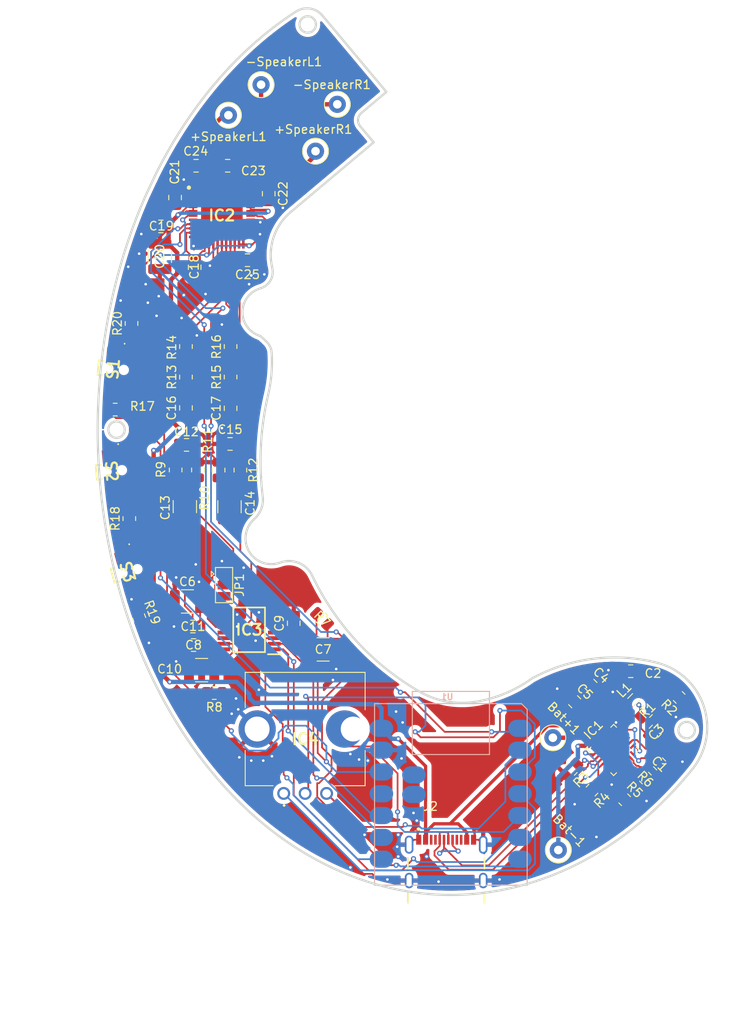
<source format=kicad_pcb>
(kicad_pcb (version 20240108) (generator "pcbnew") (generator_version "8.0")
  (layers (0 "F.Cu" signal) (31 "B.Cu" signal) (34 "B.Paste" user) (35 "F.Paste" user) (36 "B.SilkS" user "B.Silkscreen") (37 "F.SilkS" user "F.Silkscreen") (38 "B.Mask" user) (39 "F.Mask" user) (44 "Edge.Cuts" user))
  (net 0 "")
  (net 1 "GND")
  (net 2 "Net-(IC3-VREF(DAC))")
  (net 3 "Net-(U1-PA4_A1_D1)")
  (net 4 "Net-(U1-PA10_A2_D2)")
  (net 5 "Net-(IC3-MUTE)")
  (net 6 "Net-(U1-PA8_A4_D4_SDA)")
  (net 8 "Net-(IC3-VSSA)")
  (net 9 "VOUTL")
  (net 10 "Net-(IC3-VOUTR)")
  (net 11 "Net-(U1-PA11_A3_D3)")
  (net 12 "Net-(C13-Pad2)")
  (net 14 "Net-(IC3-VOUTL)")
  (net 15 "Buttons")
  (net 17 "Net-(C14-Pad2)")
  (net 18 "VOUTR")
  (net 19 "Net-(C16-Pad2)")
  (net 20 "Net-(C17-Pad2)")
  (net 21 "+3.3V")
  (net 22 "VBUS")
  (net 23 "Net-(IC2-OUTL+_1)")
  (net 24 "Net-(IC2-BOOTL+)")
  (net 25 "Net-(IC2-OUTR+_1)")
  (net 26 "Net-(IC2-BOOTR+)")
  (net 27 "Net-(IC2-OUTR-_1)")
  (net 28 "Net-(IC2-BOOTR-)")
  (net 29 "Net-(IC2-BOOTL-)")
  (net 30 "Net-(IC2-OUTL-_1)")
  (net 31 "Net-(IC2-BIAS)")
  (net 33 "Net-(C1-Pad2)")
  (net 34 "Net-(C4-Pad2)")
  (net 35 "Net-(IC1-DP)")
  (net 36 "Net-(IC1-DM)")
  (net 38 "Net-(IC1-BST)")
  (net 39 "Net-(IC1-VIN_OVSET)")
  (net 40 "VBATP")
  (net 43 "Net-(IC1-ISET)")
  (net 45 "Net-(IC1-VIN)")
  (net 46 "Net-(IC1-VSET)")
  (net 47 "VBATGND")
  (net 48 "Net-(IC1-NTC)")
  (net 51 "Net-(IC2-INR)")
  (net 52 "Net-(IC2-INL)")
  (net 53 "SCLK{slash}PWM")
  (net 54 "SDA{slash}VOL")
  (net 56 "Net-(IC2-FBR)")
  (net 57 "Net-(IC2-FBL)")
  (net 58 "Net-(IC3-DATAI)")
  (net 59 "Net-(IC3-BCK)")
  (net 60 "Net-(IC3-DEEM{slash}CLKOUT)")
  (net 61 "Net-(IC3-WS)")
  (net 66 "Net-(S1-COM_2)")
  (net 67 "Net-(S2-COM_2)")
  (footprint "Capacitor_SMD:C_0805_2012Metric" (layer "F.Cu") (at 110.276 65.834)
    (property "Reference" "C23")
    (property "Value" ".1uf")
  )
  (footprint "SamacSys_Parts:GCT_USB4105-GF-A" (layer "F.Cu") (at 135.761 149.098)
    (property "Reference" "J2")
    (property "Value" "USB4105-GF-A")
  )
  (footprint "Resistor_SMD:R_0805_2012Metric" (layer "F.Cu") (at 159.004 137.16 -45)
    (property "Reference" "R6")
    (property "Value" "60k")
  )
  (footprint "Capacitor_SMD:C_0805_2012Metric" (layer "F.Cu") (at 105.41 94.041 90)
    (property "Reference" "C16")
    (property "Value" ".47uF")
  )
  (footprint "Resistor_SMD:R_0805_2012Metric" (layer "F.Cu") (at 106.807 101.27 -90)
    (property "Reference" "R10")
    (property "Value" "220K")
  )
  (footprint "Resistor_SMD:R_0805_2012Metric" (layer "F.Cu") (at 105.41 86.8915 90)
    (property "Reference" "R14")
    (property "Value" "20k")
  )
  (footprint "Capacitor_SMD:C_0805_2012Metric" (layer "F.Cu") (at 105.476 98.349 180)
    (property "Reference" "C12")
    (property "Value" "100nf 63v")
  )
  (footprint "Resistor_SMD:R_0805_2012Metric" (layer "F.Cu") (at 110.617 90.4475 90)
    (property "Reference" "R15")
    (property "Value" "20k")
  )
  (footprint "Resistor_SMD:R_0805_2012Metric" (layer "F.Cu") (at 108.712 127.254 180)
    (property "Reference" "R8")
    (property "Value" "1R")
  )
  (footprint "Capacitor_SMD:C_1210_3225Metric" (layer "F.Cu") (at 102.362 76.393 90)
    (property "Reference" "C20")
    (property "Value" "100uf 16v")
  )
  (footprint "Capacitor_SMD:C_0805_2012Metric" (layer "F.Cu") (at 110.617 94.088 90)
    (property "Reference" "C17")
    (property "Value" ".47uF")
  )
  (footprint "Resistor_SMD:R_0805_2012Metric" (layer "F.Cu") (at 109.22 101.2845 -90)
    (property "Reference" "R11")
    (property "Value" "220K")
  )
  (footprint "Resistor_SMD:R_0805_2012Metric" (layer "F.Cu") (at 152.7708 138.5672 -135)
    (property "Reference" "R4")
    (property "Value" "51k")
  )
  (footprint "Capacitor_SMD:C_0805_2012Metric" (layer "F.Cu") (at 106.221 119.507)
    (property "Reference" "C11")
    (property "Value" "100nf 63v")
  )
  (footprint "Capacitor_SMD:C_0805_2012Metric" (layer "F.Cu") (at 106.593 65.834 180)
    (property "Reference" "C24")
    (property "Value" ".1uf")
  )
  (footprint "TestPoint:TestPoint_Loop_D1.80mm_Drill1.0mm_Beaded" (layer "F.Cu") (at 148.844 145.542 135)
    (property "Reference" "Bat-1")
    (property "Value" "TestPoint")
  )
  (footprint "Capacitor_SMD:C_1210_3225Metric" (layer "F.Cu") (at 110.49 105.5535 90)
    (property "Reference" "C14")
    (property "Value" "47uf 16v")
  )
  (footprint "SamacSys_Parts:EVQP7C01P" (layer "F.Cu") (at 96.7221 101.402 -85)
    (property "Reference" "S2")
    (property "Value" "EVQ-P7C01P" (hide yes))
  )
  (footprint "Resistor_SMD:R_0805_2012Metric" (layer "F.Cu") (at 150.3578 136.1542 -135)
    (property "Reference" "R3")
    (property "Value" "68k")
  )
  (footprint "Resistor_SMD:R_0805_2012Metric" (layer "F.Cu") (at 99.06 84.201 -90)
    (property "Reference" "R20")
    (property "Value" "1M")
  )
  (footprint "Capacitor_SMD:C_0805_2012Metric" (layer "F.Cu") (at 110.556 98.2365)
    (property "Reference" "C15")
    (property "Value" "100nf 63v")
  )
  (footprint "Resistor_SMD:R_0805_2012Metric" (layer "F.Cu") (at 98.806 106.934 90)
    (property "Reference" "R18")
    (property "Value" "2.2M")
  )
  (footprint "Resistor_SMD:R_0805_2012Metric" (layer "F.Cu") (at 159.131 129.413 -135)
    (property "Reference" "R1")
    (property "Value" ".5R")
  )
  (footprint "Capacitor_SMD:C_0805_2012Metric" (layer "F.Cu") (at 104.14 69.535 -90)
    (property "Reference" "C21")
    (property "Value" ".1uf")
  )
  (footprint "Resistor_SMD:R_0805_2012Metric" (layer "F.Cu") (at 97.155 94.234)
    (property "Reference" "R17")
    (property "Value" "4.7M")
  )
  (footprint "Resistor_SMD:R_0805_2012Metric" (layer "F.Cu") (at 99.949 118.491 110)
    (property "Reference" "R19")
    (property "Value" "1M")
  )
  (footprint "Capacitor_SMD:C_0805_2012Metric" (layer "F.Cu") (at 102.489 72.898)
    (property "Reference" "C19")
    (property "Value" "1uf")
  )
  (footprint "Capacitor_SMD:C_0805_2012Metric" (layer "F.Cu") (at 150.749 128.27 -45)
    (property "Reference" "C5")
    (property "Value" "22uF")
  )
  (footprint "Resistor_SMD:R_0805_2012Metric" (layer "F.Cu") (at 111.76 101.2845 90)
    (property "Reference" "R12")
    (property "Value" "100R")
  )
  (footprint "Capacitor_SMD:C_1210_3225Metric" (layer "F.Cu") (at 107.237 124.587 180)
    (property "Reference" "C10")
    (property "Value" "47uf 16v")
  )
  (footprint "TestPoint:TestPoint_Loop_D1.80mm_Drill1.0mm_Beaded" (layer "F.Cu") (at 120.523 64.135)
    (property "Reference" "+SpeakerR1")
    (property "Value" "TestPoint")
  )
  (footprint "Inductor_SMD:L_0805_2012Metric" (layer "F.Cu") (at 157.6177 128.0053 45)
    (property "Reference" "L1")
    (property "Value" "2.2uH")
  )
  (footprint "Capacitor_SMD:C_1210_3225Metric" (layer "F.Cu") (at 121.412 122.174)
    (property "Reference" "C7")
    (property "Value" "47uf 16v")
  )
  (footprint "Jumper:SolderJumper-3_P1.3mm_Bridged2Bar12_Pad1.0x1.5mm" (layer "F.Cu") (at 109.855 114.681 -90)
    (property "Reference" "JP1")
    (property "Value" "Jumper_3_Bridged12")
  )
  (footprint "Resistor_SMD:R_0805_2012Metric" (layer "F.Cu") (at 156.5808 139.6898 -45)
    (property "Reference" "R5")
    (property "Value" "120k")
  )
  (footprint "Capacitor_SMD:C_0805_2012Metric" (layer "F.Cu") (at 106.426 77.658 -90)
    (property "Reference" "C18")
    (property "Value" "1uf")
  )
  (footprint "Resistor_SMD:R_0805_2012Metric" (layer "F.Cu") (at 121.285 118.618 -45)
    (property "Reference" "R7")
    (property "Value" "1R")
  )
  (footprint "SamacSys_Parts:EVQP7C01P" (layer "F.Cu") (at 98.566 113.1411 -75)
    (property "Reference" "S3")
    (property "Value" "EVQ-P7C01P" (hide yes))
  )
  (footprint "Capacitor_SMD:C_1210_3225Metric" (layer "F.Cu") (at 105.283 105.539 90)
    (property "Reference" "C13")
    (property "Value" "47uf 16v")
  )
  (footprint "Capacitor_SMD:C_0805_2012Metric" (layer "F.Cu") (at 115.062 69.088 -90)
    (property "Reference" "C22")
    (property "Value" ".1uf")
  )
  (footprint "SamacSys_Parts:QFN50P700X700X80-45N" (layer "F.Cu") (at 109.601 71.628)
    (property "Reference" "IC2")
    (property "Value" "MAX9744ETH+T" (hide yes))
  )
  (footprint "Resistor_SMD:R_0805_2012Metric" (layer "F.Cu") (at 104.206 101.27 90)
    (property "Reference" "R9")
    (property "Value" "100R")
  )
  (footprint "Resistor_SMD:R_0805_2012Metric" (layer "F.Cu") (at 110.617 86.8915 90)
    (property "Reference" "R16")
    (property "Value" "20k")
  )
  (footprint "Capacitor_SMD:C_0805_2012Metric" (layer "F.Cu") (at 112.583 76.835 180)
    (property "Reference" "C25")
    (property "Value" "2.2uF")
  )
  (footprint "Package_DFN_QFN:HVQFN-24-1EP_4x4mm_P0.5mm_EP2.5x2.5mm" (layer "F.Cu") (at 155.2991 133.8901 45)
    (property "Reference" "IC1")
    (property "Value" "IP2326")
  )
  (footprint "SamacSys_Parts:EC12E2430803" (layer "F.Cu") (at 116.8138 138.9482)
    (property "Reference" "IC4")
    (property "Value" "EC12E2430803" (hide yes))
  )
  (footprint "TestPoint:TestPoint_Loop_D1.80mm_Drill1.0mm_Beaded" (layer "F.Cu") (at 110.363 59.944)
    (property "Reference" "+SpeakerL1")
    (property "Value" "TestPoint")
  )
  (footprint "Capacitor_SMD:C_1210_3225Metric" (layer "F.Cu") (at 105.586 116.586)
    (property "Reference" "C6")
    (property "Value" "47uf 16v")
  )
  (footprint "TestPoint:TestPoint_Loop_D1.80mm_Drill1.0mm_Beaded" (layer "F.Cu") (at 123.063 58.674)
    (property "Reference" "-SpeakerR1")
    (property "Value" "TestPoint")
  )
  (footprint "Capacitor_SMD:C_0805_2012Metric" (layer "F.Cu") (at 152.654 126.365 -45)
    (property "Reference" "C4")
    (property "Value" "22uF")
  )
  (footprint "SamacSys_Parts:SOP65P640X150-16N" (layer "F.Cu") (at 112.776 119.888 180)
    (property "Reference" "IC3")
    (property "Value" "UDA1334ATS_N2,118" (hide yes))
  )
  (footprint "Resistor_SMD:R_0805_2012Metric" (layer "F.Cu") (at 162.941 127.762 135)
    (property "Reference" "R2")
    (property "Value" "5.1k")
  )
  (footprint "SamacSys_Parts:EVQP7C01P" (layer "F.Cu") (at 96.9404 89.5089 -95)
    (property "Reference" "S1")
    (property "Value" "EVQ-P7C01P" (hide yes))
  )
  (footprint "TestPoint:TestPoint_Loop_D1.80mm_Drill1.0mm_Beaded" (layer "F.Cu") (at 114.173 56.388)
    (property "Reference" "-SpeakerL1")
    (property "Value" "TestPoint")
  )
  (footprint "Capacitor_SMD:C_0805_2012Metric" (layer "F.Cu") (at 117.983 119.126 90)
    (property "Reference" "C9")
    (property "Value" "100nf 63v")
  )
  (footprint "Capacitor_SMD:C_0805_2012Metric" (layer "F.Cu") (at 160.655 135.509 135)
    (property "Reference" "C1")
    (property "Value" ".1uF")
  )
  (footprint "Capacitor_SMD:C_0805_2012Metric" (layer "F.Cu") (at 160.147 131.699 45)
    (property "Reference" "C3")
    (property "Value" "10uF")
  )
  (footprint "Capacitor_SMD:C_0805_2012Metric" (layer "F.Cu") (at 157.292 124.714 180)
    (property "Reference" "C2")
    (property "Value" ".1uF")
  )
  (footprint "TestPoint:TestPoint_Loop_D1.80mm_Drill1.0mm_Beaded" (layer "F.Cu") (at 148.209 132.461 135)
    (property "Reference" "Bat+1")
    (property "Value" "TestPoint")
  )
  (footprint "Capacitor_SMD:C_0805_2012Metric" (layer "F.Cu") (at 106.299 121.666 180)
    (property "Reference" "C8")
    (property "Value" "100nf 63v")
  )
  (footprint "Resistor_SMD:R_0805_2012Metric" (layer "F.Cu") (at 105.41 90.4475 90)
    (property "Reference" "R13")
    (property "Value" "20k")
  )
  (footprint "Arduino:MOUDLE14P-SMD-2.54-21X17.8MM" (layer "B.Cu") (at 145.2086 149.4888 180)
    (property "Reference" "U1")
    (property "Value" "MOUDLE-SEEEDUINO-XIAO-ESP32C3")
  )
  (gr_curve (pts (xy 113.934082 106.331047) (xy 113.780305 106.577821) (xy 113.591465 106.800932) (xy 113.373494 106.993373)) (stroke (width 0.2634)) (layer "Edge.Cuts"))
  (gr_line (start 128.792945 57.232686) (end 121.323037 48.330396) (stroke (width 0.2634)) (layer "Edge.Cuts"))
  (gr_curve (pts (xy 114.35897 96.110276) (xy 114.039993 98.730392) (xy 114.012732 101.510424) (xy 114.365525 104.378131)) (stroke (width 0.2634)) (layer "Edge.Cuts"))
  (gr_curve (pts (xy 115.328461 75.600306) (xy 115.268646 76.235932) (xy 115.302803 76.876916) (xy 115.429831 77.502585)) (stroke (width 0.2634)) (layer "Edge.Cuts"))
  (gr_curve (pts (xy 115.429831 77.502585) (xy 115.445119 77.577888) (xy 115.461733 77.652871) (xy 115.47966 77.727499)) (stroke (width 0.2634)) (layer "Edge.Cuts"))
  (gr_curve (pts (xy 117.541289 111.875366) (xy 117.931668 111.889773) (xy 118.3155 111.980293) (xy 118.671182 112.141829)) (stroke (width 0.2634)) (layer "Edge.Cuts"))
  (gr_circle (center 119.61377 49.37317) (end 120.57377 49.37317) (stroke (width 0.2634)) (fill none) (layer "Edge.Cuts"))
  (gr_curve (pts (xy 119.097122 47.529828) (xy 119.398064 47.474394) (xy 119.706956 47.478271) (xy 120.006412 47.54124)) (stroke (width 0.2634)) (layer "Edge.Cuts"))
  (gr_line (start 117.621751 71.230005) (end 127.306205 63.103782) (stroke (width 0.2634)) (layer "Edge.Cuts"))
  (gr_curve (pts (xy 118.251578 47.864482) (xy 115.151185 49.858643) (xy 112.337895 52.308393) (xy 109.854864 55.043865)) (stroke (width 0.2634)) (layer "Edge.Cuts"))
  (gr_circle (center 97.31377 96.57317) (end 98.27377 96.57317) (stroke (width 0.2634)) (fill none) (layer "Edge.Cuts"))
  (gr_curve (pts (xy 115.411822 87.633321) (xy 115.454724 88.327946) (xy 115.454303 89.025249) (xy 115.410502 89.719814)) (stroke (width 0.2634)) (layer "Edge.Cuts"))
  (gr_curve (pts (xy 118.671182 112.141829) (xy 118.990267 112.286745) (xy 119.281505 112.486459) (xy 119.531661 112.731894)) (stroke (width 0.2634)) (layer "Edge.Cuts"))
  (gr_curve (pts (xy 165.413333 134.662937) (xy 165.156843 135.183703) (xy 164.842653 135.674007) (xy 164.476678 136.124614)) (stroke (width 0.2634)) (layer "Edge.Cuts"))
  (gr_arc (start 145.77848 125.54715) (mid 152.893312 123.268136) (end 160.350405 123.722557) (stroke (width 0.2634)) (layer "Edge.Cuts"))
  (gr_curve (pts (xy 114.281665 105.535986) (xy 114.204946 105.816448) (xy 114.08786 106.084273) (xy 113.934082 106.331047)) (stroke (width 0.2634)) (layer "Edge.Cuts"))
  (gr_arc (start 116.394829 112.057816) (mid 112.782681 110.779314) (end 113.373494 106.993373) (stroke (width 0.2634)) (layer "Edge.Cuts"))
  (gr_curve (pts (xy 109.854864 55.043865) (xy 106.661761 58.5616) (xy 104.01581 62.547968) (xy 101.888737 66.803364)) (stroke (width 0.2634)) (layer "Edge.Cuts"))
  (gr_curve (pts (xy 115.342004 87.218964) (xy 115.379762 87.354248) (xy 115.403164 87.493134) (xy 115.411822 87.633321)) (stroke (width 0.2634)) (layer "Edge.Cuts"))
  (gr_curve (pts (xy 145.778479 125.547149) (xy 145.468389 125.771036) (xy 145.150176 125.983413) (xy 144.824658 126.183689)) (stroke (width 0.2634)) (layer "Edge.Cuts"))
  (gr_curve (pts (xy 166.116447 130.032696) (xy 166.273484 131.029568) (xy 166.234308 132.047582) (xy 166.001125 133.029437)) (stroke (width 0.2634)) (layer "Edge.Cuts"))
  (gr_curve (pts (xy 139.243487 128.27014) (xy 138.111807 128.457729) (xy 136.949399 128.448755) (xy 135.82075 128.243714)) (stroke (width 0.2634)) (layer "Edge.Cuts"))
  (gr_line (start 101.888737 66.803364) (end 100.696284 69.338123) (stroke (width 0.2634)) (layer "Edge.Cuts"))
  (gr_curve (pts (xy 100.696284 69.338123) (xy 97.427164 76.734184) (xy 95.608822 84.947172) (xy 95.201953 93.056816)) (stroke (width 0.2634)) (layer "Edge.Cuts"))
  (gr_curve (pts (xy 132.607425 127.064572) (xy 130.776247 126.007127) (xy 129.054364 124.762214) (xy 127.477702 123.356057)) (stroke (width 0.2634)) (layer "Edge.Cuts"))
  (gr_curve (pts (xy 106.954997 134.578451) (xy 109.219135 137.606066) (xy 112.754249 141.6636) (xy 117.85124 145.019024)) (stroke (width 0.2634)) (layer "Edge.Cuts"))
  (gr_curve (pts (xy 115.187153 86.828339) (xy 115.252343 86.952748) (xy 115.304247 87.08368) (xy 115.342004 87.218964)) (stroke (width 0.2634)) (layer "Edge.Cuts"))
  (gr_curve (pts (xy 114.080166 85.660183) (xy 114.3 85.852) (xy 114.554 86.057759) (xy 114.7021 86.225278)) (stroke (width 0.2634)) (layer "Edge.Cuts"))
  (gr_curve (pts (xy 118.251578 47.864482) (xy 118.508943 47.698946) (xy 118.79618 47.585262) (xy 119.097122 47.529828)) (stroke (width 0.2634)) (layer "Edge.Cuts"))
  (gr_curve (pts (xy 154.165624 145.417007) (xy 157.931275 143.033224) (xy 161.418691 139.889771) (xy 164.476678 136.124614)) (stroke (width 0.2634)) (layer "Edge.Cuts"))
  (gr_curve (pts (xy 117.85124 145.019024) (xy 121.364321 147.331736) (xy 125.23264 149.050335) (xy 129.326105 149.983209)) (stroke (width 0.2634)) (layer "Edge.Cuts"))
  (gr_line (start 127.306205 63.103782) (end 125.736588 61.233184) (stroke (width 0.2634)) (layer "Edge.Cuts"))
  (gr_curve (pts (xy 114.726625 79.800872) (xy 114.536622 79.941833) (xy 114.323106 80.047968) (xy 114.096023 80.114335)) (stroke (width 0.2634)) (layer "Edge.Cuts"))
  (gr_curve (pts (xy 114.365525 104.378131) (xy 114.413224 104.765853) (xy 114.384736 105.159184) (xy 114.281665 105.535986)) (stroke (width 0.2634)) (layer "Edge.Cuts"))
  (gr_curve (pts (xy 98.569485 118.28508) (xy 100.898361 125.3097) (xy 104.017105 130.649889) (xy 106.954997 134.578451)) (stroke (width 0.2634)) (layer "Edge.Cuts"))
  (gr_curve (pts (xy 115.410502 89.719814) (xy 115.351813 90.650463) (xy 115.215242 91.576199) (xy 115.002671 92.48415)) (stroke (width 0.2634)) (layer "Edge.Cuts"))
  (gr_curve (pts (xy 123.208733 118.682784) (xy 121.970274 117.013186) (xy 120.957259 115.297236) (xy 120.138011 113.580976)) (stroke (width 0.2634)) (layer "Edge.Cuts"))
  (gr_curve (pts (xy 117.621751 71.230005) (xy 116.973373 71.774058) (xy 116.437461 72.439552) (xy 116.044177 73.189028)) (stroke (width 0.2634)) (layer "Edge.Cuts"))
  (gr_curve (pts (xy 129.326105 149.983209) (xy 134.307899 151.118528) (xy 138.487134 150.853493) (xy 141.631913 150.312167)) (stroke (width 0.2634)) (layer "Edge.Cuts"))
  (gr_curve (pts (xy 119.531661 112.731894) (xy 119.781817 112.977329) (xy 119.987042 113.26471) (xy 120.138011 113.580976)) (stroke (width 0.2634)) (layer "Edge.Cuts"))
  (gr_circle (center 163.81377 131.57317) (end 164.77377 131.57317) (stroke (width 0.2634)) (fill none) (layer "Edge.Cuts"))
  (gr_curve (pts (xy 141.631913 150.312167) (xy 145.340227 149.673838) (xy 149.679082 148.257137) (xy 154.165624 145.417007)) (stroke (width 0.2634)) (layer "Edge.Cuts"))
  (gr_curve (pts (xy 116.394829 112.057816) (xy 116.76145 111.922938) (xy 117.150911 111.860958) (xy 117.541289 111.875366)) (stroke (width 0.2634)) (layer "Edge.Cuts"))
  (gr_curve (pts (xy 120.730975 47.825285) (xy 120.955028 47.959578) (xy 121.15513 48.130292) (xy 121.323037 48.330396)) (stroke (width 0.2634)) (layer "Edge.Cuts"))
  (gr_curve (pts (xy 163.062433 125.002657) (xy 163.874456 125.601851) (xy 164.561679 126.353922) (xy 165.085421 127.216539)) (stroke (width 0.2634)) (layer "Edge.Cuts"))
  (gr_curve (pts (xy 160.350405 123.722557) (xy 161.329116 123.968604) (xy 162.250411 124.403463) (xy 163.062433 125.002657)) (stroke (width 0.2634)) (layer "Edge.Cuts"))
  (gr_curve (pts (xy 165.085421 127.216539) (xy 165.609163 128.079156) (xy 165.95941 129.035824) (xy 166.116447 130.032696)) (stroke (width 0.2634)) (layer "Edge.Cuts"))
  (gr_curve (pts (xy 120.006412 47.54124) (xy 120.262038 47.594993) (xy 120.506922 47.690993) (xy 120.730975 47.825285)) (stroke (width 0.2634)) (layer "Edge.Cuts"))
  (gr_curve (pts (xy 115.47966 77.727499) (xy 115.540489 77.980725) (xy 115.551275 78.243412) (xy 115.511412 78.500772)) (stroke (width 0.2634)) (layer "Edge.Cuts"))
  (gr_curve (pts (xy 115.002671 92.48415) (xy 114.723004 93.678694) (xy 114.508389 94.88292) (xy 114.35897 96.110276)) (stroke (width 0.2634)) (layer "Edge.Cuts"))
  (gr_curve (pts (xy 95.201953 93.056816) (xy 94.722084 102.621511) (xy 96.244176 111.27122) (xy 98.569485 118.28508)) (stroke (width 0.2634)) (layer "Edge.Cuts"))
  (gr_curve (pts (xy 115.511412 78.500772) (xy 115.471549 78.758133) (xy 115.381799 79.005247) (xy 115.247213 79.228205)) (stroke (width 0.2634)) (layer "Edge.Cuts"))
  (gr_arc (start 114.080166 85.660183) (mid 112.001672 82.881294) (end 114.096023 80.114336) (stroke (width 0.2634)) (layer "Edge.Cuts"))
  (gr_curve (pts (xy 166.001125 133.029437) (xy 165.866991 133.594231) (xy 165.669822 134.14217) (xy 165.413333 134.662937)) (stroke (width 0.2634)) (layer "Edge.Cuts"))
  (gr_curve (pts (xy 114.7021 86.225278) (xy 114.901503 86.392796) (xy 115.066279 86.59766) (xy 115.187153 86.828339)) (stroke (width 0.2634)) (layer "Edge.Cuts"))
  (gr_curve (pts (xy 144.824658 126.183689) (xy 142.952961 127.335257) (xy 141.022626 127.975227) (xy 139.243487 128.27014)) (stroke (width 0.2634)) (layer "Edge.Cuts"))
  (gr_line (start 125.876111 59.680201) (end 128.792945 57.232686) (stroke (width 0.2634)) (layer "Edge.Cuts"))
  (gr_curve (pts (xy 116.044177 73.189028) (xy 115.650894 73.938505) (xy 115.40776 74.757633) (xy 115.328461 75.600306)) (stroke (width 0.2634)) (layer "Edge.Cuts"))
  (gr_curve (pts (xy 115.247213 79.228205) (xy 115.112627 79.451163) (xy 114.93578 79.645702) (xy 114.726625 79.800872)) (stroke (width 0.2634)) (layer "Edge.Cuts"))
  (gr_arc (start 125.736588 61.233184) (mid 125.483654 60.427701) (end 125.876111 59.680201) (stroke (width 0.2634)) (layer "Edge.Cuts"))
  (gr_curve (pts (xy 135.82075 128.243714) (xy 134.692101 128.038673) (xy 133.600812 127.638221) (xy 132.607425 127.064572)) (stroke (width 0.2634)) (layer "Edge.Cuts"))
  (gr_curve (pts (xy 127.477702 123.356057) (xy 125.900244 121.94919) (xy 124.467979 120.380406) (xy 123.208733 118.682784)) (stroke (width 0.2634)) (layer "Edge.Cuts"))
  (segment (start 155.2991 132.2284) (end 155.2991 133.8901) (width 0.2) (layer "F.Cu") (net 1))
  (segment (start 108.399 117.778685) (end 108.399 115.13) (width 0.2) (layer "F.Cu") (net 1))
  (segment (start 108.077 99.187) (end 106.9065 100.3575) (width 0.2) (layer "F.Cu") (net 1))
  (segment (start 109.22 100.372) (end 109.22 100.33) (width 0.2) (layer "F.Cu") (net 1))
  (segment (start 138.961 144.343) (end 139.506 144.343) (width 0.2) (layer "F.Cu") (net 1))
  (segment (start 155.785 130.893) (end 155.575 130.683) (width 0.2) (layer "F.Cu") (net 1))
  (segment (start 107.101 74.128) (end 109.601 71.628) (width 0.2) (layer "F.Cu") (net 1))
  (segment (start 108.883315 118.263) (end 108.399 117.778685) (width 0.2) (layer "F.Cu") (net 1))
  (segment (start 109.838 118.263) (end 111.226 118.263) (width 0.2) (layer "F.Cu") (net 1))
  (segment (start 112.101 69.128) (end 109.601 71.628) (width 0.2) (layer "F.Cu") (net 1))
  (segment (start 107.101 68.278) (end 107.497 68.278) (width 0.508) (layer "F.Cu") (net 1))
  (segment (start 125.759959 148.319147) (end 125.014812 147.574) (width 0.2) (layer "F.Cu") (net 1))
  (segment (start 113.797 72.128) (end 114.081 72.4119) (width 0.2) (layer "F.Cu") (net 1))
  (segment (start 112.951 72.128) (end 110.101 72.128) (width 0.2) (layer "F.Cu") (net 1))
  (segment (start 155.785236 131.636197) (end 155.785236 131.742264) (width 0.2) (layer "F.Cu") (net 1))
  (segment (start 127.143205 148.319147) (end 125.759959 148.319147) (width 0.2) (layer "F.Cu") (net 1))
  (segment (start 155.785 131.636) (end 155.785 130.893) (width 0.2) (layer "F.Cu") (net 1))
  (segment (start 111.601 67.469) (end 112.014 67.056) (width 0.2) (layer "F.Cu") (net 1))
  (segment (start 106.9065 100.3575) (end 106.807 100.3575) (width 0.2) (layer "F.Cu") (net 1))
  (segment (start 111.601 68.278) (end 111.601 67.469) (width 0.2) (layer "F.Cu") (net 1))
  (segment (start 110.101 72.128) (end 109.601 71.628) (width 0.2) (layer "F.Cu") (net 1))
  (segment (start 113.867 73.628) (end 112.951 73.628) (width 0.2) (layer "F.Cu") (net 1))
  (segment (start 111.226 118.263) (end 111.379 118.11) (width 0.2) (layer "F.Cu") (net 1))
  (segment (start 107.569 114.3) (end 106.934 114.3) (width 0.2) (layer "F.Cu") (net 1))
  (segment (start 127.795058 148.971) (end 127.143205 148.319147) (width 0.2) (layer "F.Cu") (net 1))
  (segment (start 109.22 100.33) (end 108.077 99.187) (width 0.2) (layer "F.Cu") (net 1))
  (segment (start 132.561 144.343) (end 132.016 144.343) (width 0.2) (layer "F.Cu") (net 1))
  (segment (start 112.101 68.278) (end 112.101 69.128) (width 0.2) (layer "F.Cu") (net 1))
  (segment (start 109.101 72.128) (end 109.601 71.628) (width 0.2) (layer "F.Cu") (net 1))
  (segment (start 128.905 148.971) (end 127.795058 148.971) (width 0.2) (layer "F.Cu") (net 1))
  (segment (start 132.016 144.343) (end 131.441 144.918) (width 0.2) (layer "F.Cu") (net 1))
  (segment (start 106.251 72.128) (end 109.101 72.128) (width 0.2) (layer "F.Cu") (net 1))
  (segment (start 109.838 120.213) (end 110.673 120.213) (width 0.2) (layer "F.Cu") (net 1))
  (segment (start 106.251 74.128) (end 107.101 74.128) (width 0.2) (layer "F.Cu") (net 1))
  (segment (start 114.046 73.8069) (end 113.867 73.628) (width 0.2) (layer "F.Cu") (net 1))
  (segment (start 108.601 77.073) (end 108.204 77.47) (width 0.2) (layer "F.Cu") (net 1))
  (segment (start 109.601 68.278) (end 109.601 71.628) (width 0.2) (layer "F.Cu") (net 1))
  (segment (start 109.838 118.263) (end 108.883315 118.263) (width 0.2) (layer "F.Cu") (net 1))
  (segment (start 112.101 68.278) (end 111.601 68.278) (width 0.2) (layer "F.Cu") (net 1))
  (segment (start 107.601 69.628) (end 109.601 71.628) (width 0.2) (layer "F.Cu") (net 1))
  (segment (start 108.399 115.13) (end 107.569 114.3) (width 0.2) (layer "F.Cu") (net 1))
  (segment (start 110.673 120.213) (end 111.379 119.507) (width 0.2) (layer "F.Cu") (net 1))
  (segment (start 155.785236 131.742264) (end 155.2991 132.2284) (width 0.2) (layer "F.Cu") (net 1))
  (segment (start 125.014812 147.574) (end 124.587 147.574) (width 0.2) (layer "F.Cu") (net 1))
  (segment (start 139.506 144.343) (end 140.081 144.918) (width 0.2) (layer "F.Cu") (net 1))
  (segment (start 112.951 72.128) (end 113.797 72.128) (width 0.2) (layer "F.Cu") (net 1))
  (segment (start 107.601 68.278) (end 107.601 69.628) (width 0.2) (layer "F.Cu") (net 1))
  (segment (start 108.601 74.978) (end 108.601 77.073) (width 0.2) (layer "F.Cu") (net 1))
  (segment (start 107.101 74.978) (end 107.101 74.128) (width 0.2) (layer "F.Cu") (net 1))
  (via (at 131.953 141.224) (size 0.6) (drill 0.3) (layers "F.Cu" "B.Cu") (net 1))
  (via (at 148.717 126.746) (size 0.6) (drill 0.3) (layers "F.Cu" "B.Cu") (net 1))
  (via (at 114.081 72.4119) (size 0.6) (drill 0.3) (layers "F.Cu" "B.Cu") (net 1))
  (via (at 106.934 114.3) (size 0.6) (drill 0.3) (layers "F.Cu" "B.Cu") (net 1))
  (via (at 114.046 73.8069) (size 0.6) (drill 0.3) (layers "F.Cu" "B.Cu") (net 1))
  (via (at 109.601 111.887) (size 0.6) (drill 0.3) (layers "F.Cu" "B.Cu") (net 1))
  (via (at 104.394 67.183) (size 0.6) (drill 0.3) (layers "F.Cu" "B.Cu") (net 1))
  (via (at 132.334 142.113) (size 0.6) (drill 0.3) (layers "F.Cu" "B.Cu") (net 1))
  (via (at 129.921 129.413) (size 0.6) (drill 0.3) (layers "F.Cu" "B.Cu") (net 1))
  (via (at 122.555 125.73) (size 0.6) (drill 0.3) (layers "F.Cu" "B.Cu") (net 1))
  (via (at 104.267 123.571) (size 0.6) (drill 0.3) (layers "F.Cu" "B.Cu") (net 1))
  (via (at 126.238 143.764) (size 0.6) (drill 0.3) (layers "F.Cu" "B.Cu") (net 1))
  (via (at 100.965 81.788) (size 0.6) (drill 0.3) (layers "F.Cu" "B.Cu") (net 1))
  (via (at 130.048 145.161) (size 0.6) (drill 0.3) (layers "F.Cu" "B.Cu") (net 1))
  (via (at 111.633 134.747) (size 0.6) (drill 0.3) (layers "F.Cu" "B.Cu") (net 1))
  (via (at 102.235 81.026) (size 0.6) (drill 0.3) (layers "F.Cu" "B.Cu") (net 1))
  (via (at 111.252 127.889) (size 0.6) (drill 0.3) (layers "F.Cu" "B.Cu") (net 1))
  (via (at 97.79 81.534) (size 0.6) (drill 0.3) (layers "F.Cu" "B.Cu") (net 1))
  (via (at 113.03 135.128) (size 0.6) (drill 0.3) (layers "F.Cu" "B.Cu") (net 1))
  (via (at 111.379 119.507) (size 0.6) (drill 0.3) (layers "F.Cu" "B.Cu") (net 1))
  (via (at 150.749 140.208) (size 0.6) (drill 0.3) (layers "F.Cu" "B.Cu") (net 1))
  (via (at 112.776 79.629) (size 0.6) (drill 0.3) (layers "F.Cu" "B.Cu") (net 1))
  (via (at 134.874 149.225) (size 0.6) (drill 0.3) (layers "F.Cu" "B.Cu") (net 1))
  (via (at 109.601 84.328) (size 0.6) (drill 0.3) (layers "F.Cu" "B.Cu") (net 1))
  (via (at 122.936 124.46) (size 0.6) (drill 0.3) (layers "F.Cu" "B.Cu") (net 1))
  (via (at 130.175 146.304) (size 0.6) (drill 0.3) (layers "F.Cu" "B.Cu") (net 1))
  (via (at 113.919 126.873) (size 0.6) (drill 0.3) (layers "F.Cu" "B.Cu") (net 1))
  (via (at 162.56 130.048) (size 0.6) (drill 0.3) (layers "F.Cu" "B.Cu") (net 1))
  (via (at 113.538 121.158) (size 0.6) (drill 0.3) (layers "F.Cu" "B.Cu") (net 1))
  (via (at 126.619 135.128) (size 0.6) (drill 0.3) (layers "F.Cu" "B.Cu") (net 1))
  (via (at 124.587 147.574) (size 0.6) (drill 0.3) (layers "F.Cu" "B.Cu") (net 1))
  (via (at 104.267 113.792) (size 0.6) (drill 0.3) (layers "F.Cu" "B.Cu") (net 1))
  (via (at 154.686 124.587) (size 0.6) (drill 0.3) (layers "F.Cu" "B.Cu") (net 1))
  (via (at 128.905 148.971) (size 0.6) (drill 0.3) (layers "F.Cu" "B.Cu") (net 1))
  (via (at 124.587 134.366) (size 0.6) (drill 0.3) (layers "F.Cu" "B.Cu") (net 1))
  (via (at 130.683 130.683) (size 0.6) (drill 0.3) (layers "F.Cu" "B.Cu") (net 1))
  (via (at 114.427 135.128) (size 0.6) (drill 0.3) (layers "F.Cu" "B.Cu") (net 1))
  (via (at 155.575 130.683) (size 0.6) (drill 0.3) (layers "F.Cu" "B.Cu") (net 1))
  (via (at 111.506 129.159) (size 0.6) (drill 0.3) (layers "F.Cu" "B.Cu") (net 1))
  (via (at 130.556 134.874) (size 0.6) (drill 0.3) (layers "F.Cu" "B.Cu") (net 1))
  (via (at 155.194 127.127) (size 0.6) (drill 0.3) (layers "F.Cu" "B.Cu") (net 1))
  (via (at 130.175 143.764) (size 0.6) (drill 0.3) (layers "F.Cu" "B.Cu") (net 1))
  (via (at 133.477 146.304) (size 0.6) (drill 0.3) (layers "F.Cu" "B.Cu") (net 1))
  (via (at 153.289 144.018) (size 0.6) (drill 0.3) (layers "F.Cu" "B.Cu") (net 1))
  (via (at 163.322 135.255) (size 0.6) (drill 0.3) (layers "F.Cu" "B.Cu") (net 1))
  (via (at 111.379 118.11) (size 0.6) (drill 0.3) (layers "F.Cu" "B.Cu") (net 1))
  (via (at 106.553 112.268) (size 0.6) (drill 0.3) (layers "F.Cu" "B.Cu") (net 1))
  (via (at 125.603 135.001) (size 0.6) (drill 0.3) (layers "F.Cu" "B.Cu") (net 1))
  (via (at 106.68 85.598) (size 0.6) (drill 0.3) (layers "F.Cu" "B.Cu") (net 1))
  (via (at 141.986 148.971) (size 0.6) (drill 0.3) (layers "F.Cu" "B.Cu") (net 1))
  (via (at 106.553 96.52) (size 0.6) (drill 0.3) (layers "F.Cu" "B.Cu") (net 1))
  (via (at 104.013 119.507) (size 0.6) (drill 0.3) (layers "F.Cu" "B.Cu") (net 1))
  (via (at 101.981 83.312) (size 0.6) (drill 0.3) (layers "F.Cu" "B.Cu") (net 1))
  (via (at 105.156 67.437) (size 0.6) (drill 0.3) (layers "F.Cu" "B.Cu") (net 1))
  (via (at 104.902 83.566) (size 0.6) (drill 0.3) (layers "F.Cu" "B.Cu") (net 1))
  (via (at 108.204 77.47) (size 0.6) (drill 0.3) (layers "F.Cu" "B.Cu") (net 1))
  (via (at 100.711 79.629) (size 0.6) (drill 0.3) (layers "F.Cu" "B.Cu") (net 1))
  (via (at 114.554 78.486) (size 0.6) (drill 0.3) (layers "F.Cu" "B.Cu") (net 1))
  (via (at 112.141 112.649) (size 0.6) (drill 0.3) (layers "F.Cu" "B.Cu") (net 1))
  (via (at 105.156 80.899) (size 0.6) (drill 0.3) (layers "F.Cu" "B.Cu") (net 1))
  (via (at 99.06 116.332) (size 0.6) (drill 0.3) (layers "F.Cu" "B.Cu") (net 1))
  (via (at 100.203 73.787) (size 0.6) (drill 0.3) (layers "F.Cu" "B.Cu") (net 1))
  (via (at 110.744 129.667) (size 0.6) (drill 0.3) (layers "F.Cu" "B.Cu") (net 1))
  (via (at 109.601 96.393) (size 0.6) (drill 0.3) (layers "F.Cu" "B.Cu") (net 1))
  (via (at 115.443 134.62) (size 0.6) (drill 0.3) (layers "F.Cu" "B.Cu") (net 1))
  (via (at 106.299 75.184) (size 0.6) (drill 0.3) (layers "F.Cu" "B.Cu") (net 1))
  (via (at 113.03 78.613) (size 0.6) (drill 0.3) (layers "F.Cu" "B.Cu") (net 1))
  (via (at 159.131 139.827) (size 0.6) (drill 0.3) (layers "F.Cu" "B.Cu") (net 1))
  (via (at 101.092 121.412) (size 0.6) (drill 0.3) (layers "F.Cu" "B.Cu") (net 1))
  (via (at 116.713 70.739) (size 0.6) (drill 0.3) (layers "F.Cu" "B.Cu") (net 1))
  (via (at 98.679 77.597) (size 0.6) (drill 0.3) (layers "F.Cu" "B.Cu") (net 1))
  (via (at 155.067 137.922) (size 0.6) (drill 0.3) (layers "F.Cu" "B.Cu") (net 1))
  (via (at 99.949 76.073) (size 0.6) (drill 0.3) (layers "F.Cu" "B.Cu") (net 1))
  (via (at 113.919 117.856) (size 0.6) (drill 0.3) (layers "F.Cu" "B.Cu") (net 1))
  (via (at 107.696 80.772) (size 0.6) (drill 0.3) (layers "F.Cu" "B.Cu") (net 1))
  (segment (start 109.838 119.563) (end 108.895 119.563) (width 0.2) (layer "F.Cu") (net 2))
  (segment (start 108.895 119.563) (end 107.95 118.618) (width 0.2) (layer "F.Cu") (net 2))
  (segment (start 107.95 118.618) (end 107.95 117.475) (width 0.2) (layer "F.Cu") (net 2))
  (segment (start 107.061 119.397) (end 107.171 119.507) (width 0.2) (layer "F.Cu") (net 2))
  (segment (start 107.95 117.475) (end 107.061 116.586) (width 0.2) (layer "F.Cu") (net 2))
  (segment (start 107.061 116.586) (end 107.061 119.397) (width 0.2) (layer "F.Cu") (net 2))
  (segment (start 130.958 142.6) (end 130.988 142.6) (width 0.2) (layer "F.Cu") (net 3))
  (segment (start 125.72 142.855) (end 130.703 142.855) (width 0.2) (layer "F.Cu") (net 3))
  (segment (start 130.703 142.855) (end 130.958 142.6) (width 0.2) (layer "F.Cu") (net 3))
  (segment (start 123.767 140.9015) (end 125.72 142.855) (width 0.2) (layer "F.Cu") (net 3))
  (segment (start 123.767 140.9015) (end 121.814 138.948) (width 0.2) (layer "F.Cu") (net 3))
  (segment (start 121.8138 138.9483) (end 121.8138 138.9482) (width 0.2) (layer "F.Cu") (net 3))
  (segment (start 123.767 140.9015) (end 121.8138 138.9483) (width 0.2) (layer "F.Cu") (net 3))
  (via (at 130.988 142.6) (size 0.6) (drill 0.3) (layers "F.Cu" "B.Cu") (net 3))
  (segment (start 144.3736 133.9088) (end 143.351 134.9314) (width 0.2) (layer "B.Cu") (net 3))
  (segment (start 143.351 134.9314) (end 142.669 135.613) (width 0.2) (layer "B.Cu") (net 3))
  (segment (start 131.101 142.713) (end 130.988 142.6) (width 0.2) (layer "B.Cu") (net 3))
  (segment (start 139.525199 143.038801) (end 132.90833 143.038801) (width 0.2) (layer "B.Cu") (net 3))
  (segment (start 132.582529 142.713) (end 131.101 142.713) (width 0.2) (layer "B.Cu") (net 3))
  (segment (start 144.374 133.909) (end 143.351 134.9314) (width 0.2) (layer "B.Cu") (net 3))
  (segment (start 142.669 139.895) (end 139.525199 143.038801) (width 0.2) (layer "B.Cu") (net 3))
  (segment (start 142.669 135.613) (end 142.669 139.895) (width 0.2) (layer "B.Cu") (net 3))
  (segment (start 132.90833 143.038801) (end 132.582529 142.713) (width 0.2) (layer "B.Cu") (net 3))
  (segment (start 132.785 132.41) (end 132.147 131.772) (width 0.2) (layer "F.Cu") (net 4))
  (segment (start 142.035 131.648) (end 141.274 132.41) (width 0.2) (layer "F.Cu") (net 4))
  (segment (start 119.676 127.939) (end 119.676 138.586) (width 0.2) (layer "F.Cu") (net 4))
  (segment (start 119.38 127.643) (end 119.676 127.939) (width 0.2) (layer "F.Cu") (net 4))
  (segment (start 119.676 138.586) (end 119.3138 138.9482) (width 0.2) (layer "F.Cu") (net 4))
  (segment (start 142.035 129.293) (end 142.035 131.648) (width 0.2) (layer "F.Cu") (net 4))
  (segment (start 141.274 132.41) (end 132.785 132.41) (width 0.2) (layer "F.Cu") (net 4))
  (via (at 119.38 127.643) (size 0.6) (drill 0.3) (layers "F.Cu" "B.Cu") (net 4))
  (via (at 142.035 129.293) (size 0.6) (drill 0.3) (layers "F.Cu" "B.Cu") (net 4))
  (via (at 132.147 131.772) (size 0.6) (drill 0.3) (layers "F.Cu" "B.Cu") (net 4))
  (segment (start 119.38 127.643) (end 119.499 127.762) (width 0.2) (layer "B.Cu") (net 4))
  (segment (start 144.374 136.449) (end 145.4072 135.4152) (width 0.2) (layer "B.Cu") (net 4))
  (segment (start 132.461 127.762) (end 133.35 128.651) (width 0.2) (layer "B.Cu") (net 4))
  (segment (start 144.519 129.293) (end 142.035 129.293) (width 0.2) (layer "B.Cu") (net 4))
  (segment (start 132.618 131.772) (end 132.147 131.772) (width 0.2) (layer "B.Cu") (net 4))
  (segment (start 145.4072 135.4152) (end 146.096 134.726) (width 0.2) (layer "B.Cu") (net 4))
  (segment (start 119.499 127.762) (end 132.461 127.762) (width 0.2) (layer "B.Cu") (net 4))
  (segment (start 133.35 128.651) (end 133.35 131.04) (width 0.2) (layer "B.Cu") (net 4))
  (segment (start 146.096 130.87) (end 144.519 129.293) (width 0.2) (layer "B.Cu") (net 4))
  (segment (start 144.3736 136.4488) (end 145.4072 135.4152) (width 0.2) (layer "B.Cu") (net 4))
  (segment (start 133.35 131.04) (end 132.618 131.772) (width 0.2) (layer "B.Cu") (net 4))
  (segment (start 146.096 134.726) (end 146.096 130.87) (width 0.2) (layer "B.Cu") (net 4))
  (segment (start 119.937 122.03) (end 119.937 122.174) (width 0.2) (layer "F.Cu") (net 5))
  (segment (start 116.753 120.076) (end 117.983 120.076) (width 0.2) (layer "F.Cu") (net 5))
  (segment (start 117.983 120.076) (end 119.937 122.03) (width 0.2) (layer "F.Cu") (net 5))
  (segment (start 115.714 120.213) (end 116.753 120.213) (width 0.2) (layer "F.Cu") (net 5))
  (segment (start 116.753 120.213) (end 116.753 120.076) (width 0.2) (layer "F.Cu") (net 5))
  (segment (start 116.753 117.613) (end 116.753 120.076) (width 0.2) (layer "F.Cu") (net 5))
  (segment (start 115.714 117.613) (end 116.753 117.613) (width 0.2) (layer "F.Cu") (net 5))
  (segment (start 120.64 118.8294) (end 120.64 117.973) (width 0.2) (layer "F.Cu") (net 5))
  (segment (start 120.64 118.8294) (end 120.6398 118.8292) (width 0.2) (layer "F.Cu") (net 5))
  (segment (start 120.64 121.471) (end 120.64 118.8294) (width 0.2) (layer "F.Cu") (net 5))
  (segment (start 120.6398 118.8292) (end 120.6398 117.9728) (width 0.2) (layer "F.Cu") (net 5))
  (segment (start 119.937 122.174) (end 120.64 121.471) (width 0.2) (layer "F.Cu") (net 5))
  (segment (start 123.825 133.477) (end 126.943 133.477) (width 0.2) (layer "F.Cu") (net 6))
  (segment (start 130.094 136.628) (end 130.094 141.097) (width 0.2) (layer "F.Cu") (net 6))
  (segment (start 124.914 131.448) (end 124.914 131.4484) (width 0.2) (layer "F.Cu") (net 6))
  (segment (start 126.943 133.477) (end 130.094 136.628) (width 0.2) (layer "F.Cu") (net 6))
  (via (at 130.094 141.097) (size 0.6) (drill 0.3) (layers "F.Cu" "B.Cu") (net 6))
  (segment (start 130.094 142.631) (end 130.094 141.097) (width 0.2) (layer "B.Cu") (net 6))
  (segment (start 130.901801 143.438801) (end 130.094 142.631) (width 0.2) (layer "B.Cu") (net 6))
  (segment (start 144.374 141.529) (end 144.3739 141.5291) (width 0.2) (layer "B.Cu") (net 6))
  (segment (start 144.3739 141.5291) (end 142.464199 143.438801) (width 0.2) (layer "B.Cu") (net 6))
  (segment (start 144.3736 141.5288) (end 144.3739 141.5291) (width 0.2) (layer "B.Cu") (net 6))
  (segment (start 142.464199 143.438801) (end 130.901801 143.438801) (width 0.2) (layer "B.Cu") (net 6))
  (segment (start 108.256 126.798) (end 108.2555 126.798) (width 0.2) (layer "F.Cu") (net 8))
  (segment (start 110.877 122.513) (end 108.803 124.587) (width 0.2) (layer "F.Cu") (net 8))
  (segment (start 107.249 121.666) (end 108.646 121.666) (width 0.2) (layer "F.Cu") (net 8))
  (segment (start 108.646 121.666) (end 108.799 121.513) (width 0.2) (layer "F.Cu") (net 8))
  (segment (start 108.803 124.587) (end 108.712 124.587) (width 0.2) (layer "F.Cu") (net 8))
  (segment (start 109.838 121.513) (end 110.877 121.513) (width 0.2) (layer "F.Cu") (net 8))
  (segment (start 108.712 126.342) (end 108.712 124.587) (width 0.2) (layer "F.Cu") (net 8))
  (segment (start 107.8 127.254) (end 108.256 126.798) (width 0.2) (layer "F.Cu") (net 8))
  (segment (start 108.799 121.513) (end 109.838 121.513) (width 0.2) (layer "F.Cu") (net 8))
  (segment (start 108.256 126.798) (end 108.712 126.342) (width 0.2) (layer "F.Cu") (net 8))
  (segment (start 108.2555 126.798) (end 107.7995 127.254) (width 0.2) (layer "F.Cu") (net 8))
  (segment (start 110.877 121.513) (end 110.877 122.513) (width 0.2) (layer "F.Cu") (net 8))
  (segment (start 104.526 98.349) (end 105.41 97.465) (width 0.2) (layer "F.Cu") (net 9))
  (segment (start 104.206 98.669) (end 104.526 98.349) (width 0.2) (layer "F.Cu") (net 9))
  (segment (start 104.206 100.358) (end 104.206 100.3575) (width 0.2) (layer "F.Cu") (net 9))
  (segment (start 105.41 97.465) (end 105.41 94.991) (width 0.2) (layer "F.Cu") (net 9))
  (segment (start 104.206 100.3575) (end 104.206 98.669) (width 0.2) (layer "F.Cu") (net 9))
  (segment (start 105.283 117.097) (end 105.283 107.014) (width 0.2) (layer "F.Cu") (net 10))
  (segment (start 108.799 122.163) (end 108.196 122.766) (width 0.2) (layer "F.Cu") (net 10))
  (segment (start 106.185 122.118) (end 106.185 117.999) (width 0.2) (layer "F.Cu") (net 10))
  (segment (start 109.838 122.163) (end 108.799 122.163) (width 0.2) (layer "F.Cu") (net 10))
  (segment (start 106.185 117.999) (end 105.283 117.097) (width 0.2) (layer "F.Cu") (net 10))
  (segment (start 108.196 122.766) (end 106.832 122.766) (width 0.2) (layer "F.Cu") (net 10))
  (segment (start 106.832 122.766) (end 106.185 122.118) (width 0.2) (layer "F.Cu") (net 10))
  (segment (start 144.3738 138.9888) (end 146.122 140.737) (width 0.2) (layer "B.Cu") (net 11))
  (segment (start 144.3736 138.9888) (end 144.3738 138.9888) (width 0.2) (layer "B.Cu") (net 11))
  (segment (start 130.185529 147.898) (end 130.169529 147.914) (width 0.2) (layer "B.Cu") (net 11))
  (segment (start 146.122 147.14) (end 145.348 147.914) (width 0.2) (layer "B.Cu") (net 11))
  (segment (start 145.348 147.914) (end 140.428371 147.914) (width 0.2) (layer "B.Cu") (net 11))
  (segment (start 117.276 139.41) (end 117.2756 139.41) (width 0.2) (layer "B.Cu") (net 11))
  (segment (start 117.2756 139.41) (end 116.8138 138.9482) (width 0.2) (layer "B.Cu") (net 11))
  (segment (start 140.412371 147.898) (end 130.185529 147.898) (width 0.2) (layer "B.Cu") (net 11))
  (segment (start 125.78 147.914) (end 117.276 139.41) (width 0.2) (layer "B.Cu") (net 11))
  (segment (start 130.169529 147.914) (end 125.78 147.914) (width 0.2) (layer "B.Cu") (net 11))
  (segment (start 146.122 140.737) (end 146.122 147.14) (width 0.2) (layer "B.Cu") (net 11))
  (segment (start 117.276 139.41) (end 116.814 138.948) (width 0.2) (layer "B.Cu") (net 11))
  (segment (start 140.428371 147.914) (end 140.412371 147.898) (width 0.2) (layer "B.Cu") (net 11))
  (segment (start 106.807 102.1825) (end 106.807 102.182) (width 0.2) (layer "F.Cu") (net 12))
  (segment (start 104.206 102.1825) (end 104.206 102.182) (width 0.2) (layer "F.Cu") (net 12))
  (segment (start 105.283 104.064) (end 106.807 102.54) (width 0.2) (layer "F.Cu") (net 12))
  (segment (start 105.283 104.064) (end 104.206 102.987) (width 0.2) (layer "F.Cu") (net 12))
  (segment (start 104.206 102.987) (end 104.206 102.1825) (width 0.2) (layer "F.Cu") (net 12))
  (segment (start 106.807 102.54) (end 106.807 102.1825) (width 0.2) (layer "F.Cu") (net 12))
  (segment (start 113.03 118.71) (end 113.03 112.012263) (width 0.2) (layer "F.Cu") (net 14))
  (segment (start 110.9205 107.459) (end 110.49 107.028) (width 0.2) (layer "F.Cu") (net 14))
  (segment (start 110.877 120.863) (end 113.03 118.71) (width 0.2) (layer "F.Cu") (net 14))
  (segment (start 111.751045 108.289545) (end 110.9205 107.459) (width 0.2) (layer "F.Cu") (net 14))
  (segment (start 113.03 112.012263) (end 111.751045 110.733308) (width 0.2) (layer "F.Cu") (net 14))
  (segment (start 110.9205 107.459) (end 110.49 107.0285) (width 0.2) (layer "F.Cu") (net 14))
  (segment (start 109.838 120.863) (end 110.877 120.863) (width 0.2) (layer "F.Cu") (net 14))
  (segment (start 111.751045 110.733308) (end 111.751045 108.289545) (width 0.2) (layer "F.Cu") (net 14))
  (segment (start 130.429 127.162) (end 130.972 127.162) (width 0.2) (layer "F.Cu") (net 15))
  (segment (start 99.1362 90.0869) (end 97.8295 91.3936) (width 0.2) (layer "F.Cu") (net 15))
  (segment (start 97.8295 91.3936) (end 97.7358 92.4637) (width 0.2) (layer "F.Cu") (net 15))
  (segment (start 98.3316 94.234) (end 98.0675 94.234) (width 0.2) (layer "F.Cu") (net 15))
  (segment (start 97.8589 94.0254) (end 98.0675 94.234) (width 0.2) (layer "F.Cu") (net 15))
  (segment (start 99.1362 85.1897) (end 99.1362 90.0869) (width 0.2) (layer "F.Cu") (net 15))
  (segment (start 99.06 85.1135) (end 99.1362 85.1897) (width 0.2) (layer "F.Cu") (net 15))
  (segment (start 102.442 113.838) (end 102.442 98.3443) (width 0.2) (layer "F.Cu") (net 15))
  (segment (start 130.972 127.162) (end 135.582 131.772) (width 0.2) (layer "F.Cu") (net 15))
  (segment (start 135.582 131.772) (end 141.059 131.772) (width 0.2) (layer "F.Cu") (net 15))
  (segment (start 102.442 98.3443) (end 98.3316 94.234) (width 0.2) (layer "F.Cu") (net 15))
  (segment (start 97.7359 92.4637) (end 97.8589 92.5867) (width 0.2) (layer "F.Cu") (net 15))
  (segment (start 97.8589 92.5867) (end 97.8589 94.0254) (width 0.2) (layer "F.Cu") (net 15))
  (segment (start 97.7358 92.4637) (end 97.7359 92.4637) (width 0.2) (layer "F.Cu") (net 15))
  (via (at 141.059 131.772) (size 0.6) (drill 0.3) (layers "F.Cu" "B.Cu") (net 15))
  (via (at 130.429 127.162) (size 0.6) (drill 0.3) (layers "F.Cu" "B.Cu") (net 15))
  (via (at 102.442 113.838) (size 0.6) (drill 0.3) (layers "F.Cu" "B.Cu") (net 15))
  (segment (start 144.374 131.369) (end 144.172 131.5705) (width 0.2) (layer "B.Cu") (net 15))
  (segment (start 144.3736 131.3689) (end 144.3736 131.3688) (width 0.2) (layer "B.Cu") (net 15))
  (segment (start 143.97 131.772) (end 141.059 131.772) (width 0.2) (layer "B.Cu") (net 15))
  (segment (start 144.172 131.5705) (end 144.3736 131.3689) (width 0.2) (layer "B.Cu") (net 15))
  (segment (start 115.223 126.619) (end 102.442 113.838) (width 0.2) (layer "B.Cu") (net 15))
  (segment (start 130.429 127.162) (end 129.886 126.619) (width 0.2) (layer "B.Cu") (net 15))
  (segment (start 144.172 131.5705) (end 143.97 131.772) (width 0.2) (layer "B.Cu") (net 15))
  (segment (start 129.886 126.619) (end 115.223 126.619) (width 0.2) (layer "B.Cu") (net 15))
  (segment (start 111.76 102.808) (end 110.49 104.078) (width 0.2) (layer "F.Cu") (net 17))
  (segment (start 109.22 102.808) (end 109.22 102.197) (width 0.2) (layer "F.Cu") (net 17))
  (segment (start 110.49 104.078) (end 109.22 102.808) (width 0.2) (layer "F.Cu") (net 17))
  (segment (start 111.76 102.197) (end 111.76 102.808) (width 0.2) (layer "F.Cu") (net 17))
  (segment (start 110.49 104.078) (end 110.49 104.0785) (width 0.2) (layer "F.Cu") (net 17))
  (segment (start 111.506 98.2365) (end 111.76 98.4905) (width 0.2) (layer "F.Cu") (net 18))
  (segment (start 111.506 98.2365) (end 110.617 97.3475) (width 0.2) (layer "F.Cu") (net 18))
  (segment (start 110.617 97.3475) (end 110.617 95.038) (width 0.2) (layer "F.Cu") (net 18))
  (segment (start 111.76 98.4905) (end 111.76 100.372) (width 0.2) (layer "F.Cu") (net 18))
  (segment (start 105.41 91.36) (end 105.41 93.091) (width 0.2) (layer "F.Cu") (net 19))
  (segment (start 110.617 91.36) (end 110.617 93.138) (width 0.2) (layer "F.Cu") (net 20))
  (segment (start 110.703 131.658) (end 109.624 130.58) (width 0.2) (layer "F.Cu") (net 21))
  (segment (start 99.2145 83.2885) (end 102.87 86.944) (width 0.2) (layer "F.Cu") (net 21))
  (segment (start 109.624 130.58) (end 109.624 128.261) (width 0.2) (layer "F.Cu") (net 21))
  (segment (start 114.681 73.279) (end 114.681 74.295) (width 0.2) (layer "F.Cu") (net 21))
  (segment (start 106.016 105.539) (end 104.529 105.539) (width 0.2) (layer "F.Cu") (net 21))
  (segment (start 113.651 71.628) (end 113.751 71.728) (width 0.2) (layer "F.Cu") (net 21))
  (segment (start 109.855 116.783) (end 110.793 116.783) (width 0.2) (layer "F.Cu") (net 21))
  (segment (start 99.2145 78.7716) (end 101.757 76.2291) (width 0.2) (layer "F.Cu") (net 21))
  (segment (start 107.823 76.2291) (end 108.101 75.9511) (width 0.2) (layer "F.Cu") (net 21))
  (segment (start 99.2145 83.2885) (end 99.2145 78.7716) (width 0.2) (layer "F.Cu") (net 21))
  (segment (start 110.793 116.783) (end 110.927 116.649) (width 0.2) (layer "F.Cu") (net 21))
  (segment (start 114.514 73.279) (end 114.681 73.279) (width 0.2) (layer "F.Cu") (net 21))
  (segment (start 121.93 119.993) (end 121.9302 119.9928) (width 0.2) (layer "F.Cu") (net 21))
  (segment (start 109.624 128.261) (end 107.223 128.261) (width 0.2) (layer "F.Cu") (net 21))
  (segment (start 120.777 125.984) (end 121.93 124.831) (width 0.2) (layer "F.Cu") (net 21))
  (segment (start 111.601 74.978) (end 112.101 74.978) (width 0.2) (layer "F.Cu") (net 21))
  (segment (start 109.6245 127.254) (end 109.624 127.254) (width 0.2) (layer "F.Cu") (net 21))
  (segment (start 106.251 73.628) (end 105.449 73.628) (width 0.2) (layer "F.Cu") (net 21))
  (segment (start 121.93 124.831) (end 121.93 119.993) (width 0.2) (layer "F.Cu") (net 21))
  (segment (start 121.793 135.255) (end 120.777 134.239) (width 0.2) (layer "F.Cu") (net 21))
  (segment (start 114.3135 71.728) (end 114.681 72.0955) (width 0.2) (layer "F.Cu") (net 21))
  (segment (start 103.205 106.863) (end 104.529 105.539) (width 0.2) (layer "F.Cu") (net 21))
  (segment (start 103.205 124.242) (end 103.205 106.863) (width 0.2) (layer "F.Cu") (net 21))
  (segment (start 113.182 74.978) (end 113.753 74.4069) (width 0.2) (layer "F.Cu") (net 21))
  (segment (start 113.751 71.728) (end 114.3135 71.728) (width 0.2) (layer "F.Cu") (net 21))
  (segment (start 112.101 74.978) (end 113.182 74.978) (width 0.2) (layer "F.Cu") (net 21))
  (segment (start 107.601 74.978) (end 108.101 74.978) (width 0.2) (layer "F.Cu") (net 21))
  (segment (start 109.624 128.261) (end 109.624 127.254) (width 0.2) (layer "F.Cu") (net 21))
  (segment (start 105.449 75.7313) (end 106.426 76.708) (width 0.2) (layer "F.Cu") (net 21))
  (segment (start 107.354 75.7797) (end 106.426 76.708) (width 0.2) (layer "F.Cu") (net 21))
  (segment (start 121.9302 119.9928) (end 121.9302 119.2632) (width 0.2) (layer "F.Cu") (net 21))
  (segment (start 120.777 134.239) (end 120.777 125.984) (width 0.2) (layer "F.Cu") (net 21))
  (segment (start 108.101 75.9511) (end 108.101 74.978) (width 0.2) (layer "F.Cu") (net 21))
  (segment (start 105.664 71.628) (end 105.029 72.136) (width 0.2) (layer "F.Cu") (net 21))
  (segment (start 102.87 103.88) (end 104.529 105.539) (width 0.2) (layer "F.Cu") (net 21))
  (segment (start 110.927 110.451) (end 106.016 105.539) (width 0.2) (layer "F.Cu") (net 21))
  (segment (start 114.681 72.0955) (end 114.681 73.279) (width 0.2) (layer "F.Cu") (net 21))
  (segment (start 112.776 75.1567) (end 113.0032 75.1567) (width 0.2) (layer "F.Cu") (net 21))
  (segment (start 107.223 128.261) (end 103.205 124.242) (width 0.2) (layer "F.Cu") (net 21))
  (segment (start 114.363 73.128) (end 114.514 73.279) (width 0.2) (layer "F.Cu") (net 21))
  (segment (start 114.681 74.295) (end 114.569 74.4069) (width 0.2) (layer "F.Cu") (net 21))
  (segment (start 107.601 74.978) (end 107.601 75.7797) (width 0.2) (layer "F.Cu") (net 21))
  (segment (start 112.951 71.628) (end 113.651 71.628) (width 0.2) (layer "F.Cu") (net 21))
  (segment (start 121.93 119.263) (end 121.93 119.993) (width 0.2) (layer "F.Cu") (net 21))
  (segment (start 113.0032 75.1567) (end 113.753 74.4069) (width 0.2) (layer "F.Cu") (net 21))
  (segment (start 105.449 73.628) (end 105.449 75.7313) (width 0.2) (layer "F.Cu") (net 21))
  (segment (start 99.06 83.2885) (end 99.2145 83.2885) (width 0.2) (layer "F.Cu") (net 21))
  (segment (start 105.029 72.136) (end 105.156 72.136) (width 0.2) (layer "F.Cu") (net 21))
  (segment (start 106.251 71.628) (end 105.664 71.628) (width 0.2) (layer "F.Cu") (net 21))
  (segment (start 110.927 116.649) (end 110.927 110.451) (width 0.2) (layer "F.Cu") (net 21))
  (segment (start 107.601 75.7797) (end 107.354 75.7797) (width 0.2) (layer "F.Cu") (net 21))
  (segment (start 114.569 74.4069) (end 113.753 74.4069) (width 0.2) (layer "F.Cu") (net 21))
  (segment (start 112.951 73.128) (end 114.363 73.128) (width 0.2) (layer "F.Cu") (net 21))
  (segment (start 109.855 115.981) (end 109.855 116.783) (width 0.2) (layer "F.Cu") (net 21))
  (segment (start 102.87 86.944) (end 102.87 103.88) (width 0.2) (layer "F.Cu") (net 21))
  (segment (start 101.757 76.2291) (end 102.44 76.2291) (width 0.2) (layer "F.Cu") (net 21))
  (via (at 112.776 75.1567) (size 0.6) (drill 0.3) (layers "F.Cu" "B.Cu") (net 21))
  (via (at 110.703 131.658) (size 0.6) (drill 0.3) (layers "F.Cu" "B.Cu") (net 21))
  (via (at 107.823 76.2291) (size 0.6) (drill 0.3) (layers "F.Cu" "B.Cu") (net 21))
  (via (at 102.44 76.2291) (size 0.6) (drill 0.3) (layers "F.Cu" "B.Cu") (net 21))
  (via (at 121.793 135.255) (size 0.6) (drill 0.3) (layers "F.Cu" "B.Cu") (net 21))
  (via (at 105.029 72.136) (size 0.6) (drill 0.3) (layers "F.Cu" "B.Cu") (net 21))
  (segment (start 116.21 131.889) (end 116.21 132.523) (width 0.2) (layer "B.Cu") (net 21))
  (segment (start 128.2084 136.449) (end 128.2086 136.4488) (width 0.2) (layer "B.Cu") (net 21))
  (segment (start 121.793 135.255) (end 121.793 133.416) (width 0.2) (layer "B.Cu") (net 21))
  (segment (start 121.793 135.255) (end 122.987 136.449) (width 0.2) (layer "B.Cu") (net 21))
  (segment (start 108.116 76.2291) (end 107.823 76.2291) (width 0.2) (layer "B.Cu") (net 21))
  (segment (start 112.776 75.1567) (end 109.189 75.1567) (width 0.2) (layer "B.Cu") (net 21))
  (segment (start 128.209 136.449) (end 128.2084 136.449) (width 0.2) (layer "B.Cu") (net 21))
  (segment (start 121.793 133.416) (end 119.434 131.057) (width 0.2) (layer "B.Cu") (net 21))
  (segment (start 114.775 133.958) (end 112.698 133.958) (width 0.2) (layer "B.Cu") (net 21))
  (segment (start 122.987 136.449) (end 128.2084 136.449) (width 0.2) (layer "B.Cu") (net 21))
  (segment (start 112.698 133.958) (end 110.703 131.963) (width 0.2) (layer "B.Cu") (net 21))
  (segment (start 105.309 72.4157) (end 105.309 75.8224) (width 0.2) (layer "B.Cu") (net 21))
  (segment (start 110.703 131.963) (end 110.703 131.658) (width 0.2) (layer "B.Cu") (net 21))
  (segment (start 119.434 131.057) (end 117.041 131.057) (width 0.2) (layer "B.Cu") (net 21))
  (segment (start 105.309 75.8224) (end 104.902 76.2291) (width 0.2) (layer "B.Cu") (net 21))
  (segment (start 117.041 131.057) (end 116.21 131.889) (width 0.2) (layer "B.Cu") (net 21))
  (segment (start 116.21 132.523) (end 114.775 133.958) (width 0.2) (layer "B.Cu") (net 21))
  (segment (start 109.189 75.1567) (end 108.116 76.2291) (width 0.2) (layer "B.Cu") (net 21))
  (segment (start 107.823 76.2291) (end 104.902 76.2291) (width 0.2) (layer "B.Cu") (net 21))
  (segment (start 104.902 76.2291) (end 102.44 76.2291) (width 0.2) (layer "B.Cu") (net 21))
  (segment (start 105.029 72.136) (end 105.309 72.4157) (width 0.2) (layer "B.Cu") (net 21))
  (segment (start 158.369 127.361) (end 158.369 127.254) (width 0.381) (layer "F.Cu") (net 22))
  (segment (start 147.948 131.07) (end 152.273 131.07) (width 0.381) (layer "F.Cu") (net 22))
  (segment (start 147.633 131.07) (end 136.214 142.489) (width 0.381) (layer "F.Cu") (net 22))
  (segment (start 102.3082 118.3085) (end 102.3082 124.7514) (width 0.508) (layer "F.Cu") (net 22))
  (segment (start 102.3082 124.7514) (end 103.5153 125.9585) (width 0.508) (layer "F.Cu") (net 22))
  (segment (start 134.359 142.489) (end 133.4705 143.3775) (width 0.381) (layer "F.Cu") (net 22))
  (segment (start 103.439 72.6597) (end 104.5115 71.5875) (width 0.508) (layer "F.Cu") (net 22))
  (segment (start 113.086 70.993) (end 114.861 70.993) (width 0.3048) (layer "F.Cu") (net 22))
  (segment (start 112.951 70.628) (end 112.951 71.128) (width 0.2) (layer "F.Cu") (net 22))
  (segment (start 104.719 71.439) (end 104.66 71.439) (width 0.2) (layer "F.Cu") (net 22))
  (segment (start 153.763 132.686) (end 154.095 132.354) (width 0.2) (layer "F.Cu") (net 22))
  (segment (start 114.861 70.993) (end 114.996 71.128) (width 0.3048) (layer "F.Cu") (net 22))
  (segment (start 103.3868 72.9502) (end 103.439 72.898) (width 0.508) (layer "F.Cu") (net 22))
  (segment (start 104.479995 71.554108) (end 104.479995 71.555995) (width 0.2) (layer "F.Cu") (net 22))
  (segment (start 105.53 70.628) (end 104.719 71.439) (width 0.2) (layer "F.Cu") (net 22))
  (segment (start 105.138 71.439) (end 104.719 71.439) (width 0.2) (layer "F.Cu") (net 22))
  (segment (start 102.362 73.975) (end 103.3868 72.9502) (width 0.508) (layer "F.Cu") (net 22))
  (segment (start 133.4705 144.2335) (end 133.361 144.343) (width 0.381) (layer "F.Cu") (net 22))
  (segment (start 147.948 131.07) (end 147.633 131.07) (width 0.381) (layer "F.Cu") (net 22))
  (segment (start 153.752 132.697) (end 153.7523 132.6967) (width 0.2) (layer "F.Cu") (net 22))
  (segment (start 101.6415 117.6418) (end 102.3082 118.3085) (width 0.508) (layer "F.Cu") (net 22))
  (segment (start 154.1005 132.3485) (end 154.106 132.343) (width 0.2) (layer "F.Cu") (net 22))
  (segment (start 133.361 135.774) (end 130.175 132.588) (width 0.381) (layer "F.Cu") (net 22))
  (segment (start 103.439 72.898) (end 103.439 72.6597) (width 0.508) (layer "F.Cu") (net 22))
  (segment (start 162.2956 127.117) (end 162.2958 127.1168) (width 0.2) (layer "F.Cu") (net 22))
  (segment (start 104.479995 71.555995) (end 104.5115 71.5875) (width 0.2) (layer "F.Cu") (net 22))
  (segment (start 104.394 75.9783) (end 104.394 78.371) (width 0.508) (layer "F.Cu") (net 22))
  (segment (start 154.1007 132.3485) (end 154.1059 132.3433) (width 0.2) (layer "F.Cu") (net 22))
  (segment (start 102.362 74.918) (end 102.362 73.975) (width 0.508) (layer "F.Cu") (net 22))
  (segment (start 104.394 78.371) (end 103.6585 79.1065) (width 0.508) (layer "F.Cu") (net 22))
  (segment (start 154.1005 132.3485) (end 154.1007 132.3485) (width 0.2) (layer "F.Cu") (net 22))
  (segment (start 133.361 144.343) (end 133.361 135.774) (width 0.381) (layer "F.Cu") (net 22))
  (segment (start 153.7523 132.6967) (end 153.7523 132.6969) (width 0.2) (layer "F.Cu") (net 22))
  (segment (start 154.095 132.354) (end 154.1005 132.3485) (width 0.2) (layer "F.Cu") (net 22))
  (segment (start 159.776 128.768) (end 158.369 127.361) (width 0.381) (layer "F.Cu") (net 22))
  (segment (start 103.0815 74.6658) (end 104.394 75.9783) (width 0.508) (layer "F.Cu") (net 22))
  (segment (start 103.0815 74.5832) (end 103.0815 74.6658) (width 0.508) (layer "F.Cu") (net 22))
  (segment (start 153.763 132.503) (end 153.763 132.686) (width 0.381) (layer "F.Cu") (net 22))
  (segment (start 138.161 143.4895) (end 138.161 144.343) (width 0.381) (layer "F.Cu") (net 22))
  (segment (start 152.273 131.07) (end 152.33 131.07) (width 0.381) (layer "F.Cu") (net 22))
  (segment (start 158.242 124.714) (end 157.099 125.857) (width 0.381) (layer "F.Cu") (net 22))
  (segment (start 106.251 71.128) (end 105.449 71.128) (width 0.2) (layer "F.Cu") (net 22))
  (segment (start 133.4705 143.3775) (end 133.4705 144.2335) (width 0.381) (layer "F.Cu") (net 22))
  (segment (start 162.2956 127.117) (end 161.427 127.117) (width 0.381) (layer "F.Cu") (net 22))
  (segment (start 153.162 125.857) (end 147.948 131.07) (width 0.381) (layer "F.Cu") (net 22))
  (segment (start 104.5115 71.5875) (end 104.66 71.439) (width 0.508) (layer "F.Cu") (net 22))
  (segment (start 153.7523 132.6967) (end 153.763 132.686) (width 0.2) (layer "F.Cu") (net 22))
  (segment (start 152.33 131.07) (end 152.811 131.07) (width 0.381) (layer "F.Cu") (net 22))
  (segment (start 101.6415 98.9855) (end 101.6415 117.6418) (width 0.508) (layer "F.Cu") (net 22))
  (segment (start 106.251 70.628) (end 106.251 71.128) (width 0.2) (layer "F.Cu") (net 22))
  (segment (start 112.951 71.128) (end 113.086 70.993) (width 0.3048) (layer "F.Cu") (net 22))
  (segment (start 105.449 71.128) (end 105.138 71.439) (width 0.2) (layer "F.Cu") (net 22))
  (segment (start 158.369 124.841) (end 158.242 124.714) (width 0.381) (layer "F.Cu") (net 22))
  (segment (start 136.214 142.489) (end 134.359 142.489) (width 0.381) (layer "F.Cu") (net 22))
  (segment (start 162.296 127.117) (end 162.2956 127.117) (width 0.381) (layer "F.Cu") (net 22))
  (segment (start 158.369 127.254) (end 158.369 124.841) (width 0.381) (layer "F.Cu") (net 22))
  (segment (start 157.099 125.857) (end 153.162 125.857) (width 0.381) (layer "F.Cu") (net 22))
  (segment (start 159.7762 128.7678) (end 159.776 128.768) (width 0.381) (layer "F.Cu") (net 22))
  (segment (start 103.3868 74.2779) (end 103.0815 74.5832) (width 0.508) (layer "F.Cu") (net 22))
  (segment (start 137.1605 142.489) (end 138.161 143.4895) (width 0.381) (layer "F.Cu") (net 22))
  (segment (start 103.3868 72.9502) (end 103.3868 74.2779) (width 0.508) (layer "F.Cu") (net 22))
  (segment (start 161.427 127.117) (end 159.7762 128.7678) (width 0.381) (layer "F.Cu") (net 22))
  (segment (start 152.273 131.07) (end 152.33 131.07) (width 0.381) (layer "F.Cu") (net 22))
  (segment (start 136.214 142.489) (end 137.1605 142.489) (width 0.381) (layer "F.Cu") (net 22))
  (segment (start 152.811 131.07) (end 154.095 132.354) (width 0.381) (layer "F.Cu") (net 22))
  (segment (start 104.719 71.439) (end 104.66 71.439) (width 0.2) (layer "F.Cu") (net 22))
  (segment (start 152.33 131.07) (end 153.763 132.503) (width 0.381) (layer "F.Cu") (net 22))
  (segment (start 106.251 70.628) (end 105.53 70.628) (width 0.2) (layer "F.Cu") (net 22))
  (segment (start 103.6585 79.1065) (end 103.6585 95.4692) (width 0.508) (layer "F.Cu") (net 22))
  (segment (start 103.6585 95.4692) (end 104.6178 96.4285) (width 0.508) (layer "F.Cu") (net 22))
  (via (at 114.996 71.128) (size 0.6) (drill 0.3) (layers "F.Cu" "B.Cu") (net 22))
  (via (at 104.6178 96.4285) (size 0.6) (drill 0.3) (layers "F.Cu" "B.Cu") (net 22))
  (via (at 104.479995 71.554108) (size 0.6) (drill 0.3) (layers "F.Cu" "B.Cu") (net 22))
  (via (at 101.6415 98.9855) (size 0.6) (drill 0.3) (layers "F.Cu" "B.Cu") (net 22))
  (via (at 130.175 132.588) (size 0.6) (drill 0.3) (layers "F.Cu" "B.Cu") (net 22))
  (via (at 103.5153 125.9585) (size 0.6) (drill 0.3) (layers "F.Cu" "B.Cu") (net 22))
  (segment (start 104.6178 96.4285) (end 102.0608 98.9855) (width 0.508) (layer "B.Cu") (net 22))
  (segment (start 113.3748 128.397) (end 112.8093 127.8315) (width 0.508) (layer "B.Cu") (net 22))
  (segment (start 114.996 71.128) (end 114.7654 71.3586) (width 0.381) (layer "B.Cu") (net 22))
  (segment (start 114.7654 71.3586) (end 104.7404 71.3586) (width 0.381) (layer "B.Cu") (net 22))
  (segment (start 128.2086 129.0086) (end 127.7573 128.5573) (width 0.508) (layer "B.Cu") (net 22))
  (segment (start 112.8093 127.8315) (end 112.8093 127.4398) (width 0.508) (layer "B.Cu") (net 22))
  (segment (start 128.2086 131.3688) (end 128.2086 129.0086) (width 0.508) (layer "B.Cu") (net 22))
  (segment (start 127.7573 128.5573) (end 122.1489 128.5573) (width 0.508) (layer "B.Cu") (net 22))
  (segment (start 104.7404 71.3586) (end 104.5115 71.5875) (width 0.381) (layer "B.Cu") (net 22))
  (segment (start 104.479995 71.554108) (end 104.479995 71.555995) (width 0.2) (layer "B.Cu") (net 22))
  (segment (start 128.2088 131.3688) (end 128.2086 131.3688) (width 0.508) (layer "B.Cu") (net 22))
  (segment (start 129.428 132.588) (end 128.2088 131.3688) (width 0.508) (layer "B.Cu") (net 22))
  (segment (start 122.1489 128.5573) (end 121.9886 128.397) (width 0.508) (layer "B.Cu") (net 22))
  (segment (start 130.175 132.588) (end 129.428 132.588) (width 0.508) (layer "B.Cu") (net 22))
  (segment (start 112.8093 127.4398) (end 111.328 125.9585) (width 0.508) (layer "B.Cu") (net 22))
  (segment (start 111.328 125.9585) (end 103.5153 125.9585) (width 0.508) (layer "B.Cu") (net 22))
  (segment (start 102.0608 98.9855) (end 101.6415 98.9855) (width 0.508) (layer "B.Cu") (net 22))
  (segment (start 121.9886 128.397) (end 113.3748 128.397) (width 0.508) (layer "B.Cu") (net 22))
  (segment (start 104.479995 71.555995) (end 104.5115 71.5875) (width 0.2) (layer "B.Cu") (net 22))
  (segment (start 106.147 69.732) (end 106.251 69.628) (width 0.2) (layer "F.Cu") (net 23))
  (segment (start 102.961 69.306) (end 104.14 70.485) (width 0.508) (layer "F.Cu") (net 23))
  (segment (start 106.251 70.128) (end 105.933 70.128) (width 0.2) (layer "F.Cu") (net 23))
  (segment (start 105.537 69.732) (end 106.147 69.732) (width 0.508) (layer "F.Cu") (net 23))
  (segment (start 110.363 59.944) (end 109.805 59.944) (width 0.508) (layer "F.Cu") (net 23))
  (segment (start 105.933 70.128) (end 105.537 69.732) (width 0.2) (layer "F.Cu") (net 23))
  (segment (start 109.805 59.944) (end 102.961 66.7885) (width 0.508) (layer "F.Cu") (net 23))
  (segment (start 104.14 70.485) (end 104.784 70.485) (width 0.508) (layer "F.Cu") (net 23))
  (segment (start 102.961 66.7885) (end 102.961 69.306) (width 0.508) (layer "F.Cu") (net 23))
  (segment (start 104.784 70.485) (end 105.537 69.732) (width 0.508) (layer "F.Cu") (net 23))
  (segment (start 106.251 69.128) (end 104.241 69.128) (width 0.2) (layer "F.Cu") (net 24))
  (segment (start 104.241 69.128) (end 104.14 69.027) (width 0.2) (layer "F.Cu") (net 24))
  (segment (start 104.14 69.027) (end 104.14 68.585) (width 0.2) (layer "F.Cu") (net 24))
  (segment (start 120.523 64.577) (end 115.062 70.038) (width 0.508) (layer "F.Cu") (net 25))
  (segment (start 112.951 69.628) (end 113.396 69.628) (width 0.2) (layer "F.Cu") (net 25))
  (segment (start 113.396 69.628) (end 113.792 70.024) (width 0.2) (layer "F.Cu") (net 25))
  (segment (start 115.048 70.024) (end 113.792 70.024) (width 0.508) (layer "F.Cu") (net 25))
  (segment (start 113.055 70.024) (end 112.951 70.128) (width 0.2) (layer "F.Cu") (net 25))
  (segment (start 113.792 70.024) (end 113.055 70.024) (width 0.508) (layer "F.Cu") (net 25))
  (segment (start 113.055 70.024) (end 112.951 70.024) (width 0.508) (layer "F.Cu") (net 25))
  (segment (start 115.062 70.038) (end 115.048 70.024) (width 0.508) (layer "F.Cu") (net 25))
  (segment (start 120.523 64.135) (end 120.523 64.577) (width 0.508) (layer "F.Cu") (net 25))
  (segment (start 113.753 69.128) (end 114.743 68.138) (width 0.2) (layer "F.Cu") (net 26))
  (segment (start 114.743 68.138) (end 115.062 68.138) (width 0.2) (layer "F.Cu") (net 26))
  (segment (start 112.951 69.128) (end 113.753 69.128) (width 0.2) (layer "F.Cu") (net 26))
  (segment (start 118.386 58.674) (end 111.226 65.834) (width 0.508) (layer "F.Cu") (net 27))
  (segment (start 111.226 65.834) (end 110.997 66.063) (width 0.508) (layer "F.Cu") (net 27))
  (segment (start 110.997 67.9845) (end 111.101 68.0885) (width 0.2) (layer "F.Cu") (net 27))
  (segment (start 110.601 68.278) (end 110.601 67.833) (width 0.2) (layer "F.Cu") (net 27))
  (segment (start 110.601 67.833) (end 110.997 67.437) (width 0.2) (layer "F.Cu") (net 27))
  (segment (start 123.063 58.674) (end 118.386 58.674) (width 0.508) (layer "F.Cu") (net 27))
  (segment (start 111.101 68.0885) (end 111.101 68.278) (width 0.2) (layer "F.Cu") (net 27))
  (segment (start 110.997 67.691) (end 110.997 67.9845) (width 0.508) (layer "F.Cu") (net 27))
  (segment (start 110.601 68.278) (end 110.601 68.087) (width 0.2) (layer "F.Cu") (net 27))
  (segment (start 110.601 68.087) (end 110.997 67.691) (width 0.2) (layer "F.Cu") (net 27))
  (segment (start 110.997 66.063) (end 110.997 67.437) (width 0.508) (layer "F.Cu") (net 27))
  (segment (start 110.997 67.437) (end 110.997 67.691) (width 0.508) (layer "F.Cu") (net 27))
  (segment (start 110.997 67.9845) (end 110.997 68.278) (width 0.508) (layer "F.Cu") (net 27))
  (segment (start 110.101 68.278) (end 110.101 66.609) (width 0.2) (layer "F.Cu") (net 28))
  (segment (start 110.101 66.609) (end 109.326 65.834) (width 0.2) (layer "F.Cu") (net 28))
  (segment (start 109.101 67.392) (end 107.543 65.834) (width 0.2) (layer "F.Cu") (net 29))
  (segment (start 109.101 68.278) (end 109.101 67.392) (width 0.2) (layer "F.Cu") (net 29))
  (segment (start 108.101 67.46) (end 108.101 67.22) (width 0.2) (layer "F.Cu") (net 30))
  (segment (start 107.569 67.183) (end 108.064 67.183) (width 0.508) (layer "F.Cu") (net 30))
  (segment (start 108.077 67.196) (end 108.101 67.22) (width 0.508) (layer "F.Cu") (net 30))
  (segment (start 106.992 67.183) (end 107.569 67.183) (width 0.508) (layer "F.Cu") (net 30))
  (segment (start 108.064 67.183) (end 108.077 67.183) (width 0.508) (layer "F.Cu") (net 30))
  (segment (start 112.141 63.119) (end 114.173 61.087) (width 0.508) (layer "F.Cu") (net 30))
  (segment (start 108.205 67.564) (end 108.205 68.278) (width 0.508) (layer "F.Cu") (net 30))
  (segment (start 114.173 61.087) (end 114.173 56.388) (width 0.508) (layer "F.Cu") (net 30))
  (segment (start 108.101 67.207) (end 108.077 67.183) (width 0.2) (layer "F.Cu") (net 30))
  (segment (start 108.064 67.183) (end 108.077 67.196) (width 0.508) (layer "F.Cu") (net 30))
  (segment (start 108.101 67.22) (end 108.101 67.207) (width 0.2) (layer "F.Cu") (net 30))
  (segment (start 105.643 65.834) (end 106.992 67.183) (width 0.508) (layer "F.Cu") (net 30))
  (segment (start 108.601 68.278) (end 108.205 68.278) (width 0.2) (layer "F.Cu") (net 30))
  (segment (start 105.643 65.834) (end 108.358 63.119) (width 0.508) (layer "F.Cu") (net 30))
  (segment (start 107.569 67.183) (end 108.064 67.183) (width 0.508) (layer "F.Cu") (net 30))
  (segment (start 108.101 68.278) (end 108.101 67.46) (width 0.2) (layer "F.Cu") (net 30))
  (segment (start 108.077 67.436) (end 108.077 67.196) (width 0.2) (layer "F.Cu") (net 30))
  (segment (start 108.205 67.324) (end 108.205 67.564) (width 0.508) (layer "F.Cu") (net 30))
  (segment (start 108.601 68.278) (end 108.601 67.96) (width 0.2) (layer "F.Cu") (net 30))
  (segment (start 108.101 67.46) (end 108.077 67.436) (width 0.2) (layer "F.Cu") (net 30))
  (segment (start 108.205 67.564) (end 108.101 67.46) (width 0.2) (layer "F.Cu") (net 30))
  (segment (start 108.358 63.119) (end 112.141 63.119) (width 0.508) (layer "F.Cu") (net 30))
  (segment (start 108.077 67.196) (end 108.077 67.183) (width 0.2) (layer "F.Cu") (net 30))
  (segment (start 108.101 67.22) (end 108.205 67.324) (width 0.508) (layer "F.Cu") (net 30))
  (segment (start 108.601 67.96) (end 108.205 67.564) (width 0.2) (layer "F.Cu") (net 30))
  (segment (start 108.205 68.278) (end 108.101 68.278) (width 0.2) (layer "F.Cu") (net 30))
  (segment (start 111.101 76.303) (end 111.101 74.978) (width 0.2) (layer "F.Cu") (net 31))
  (segment (start 111.633 76.835) (end 111.101 76.303) (width 0.2) (layer "F.Cu") (net 31))
  (segment (start 156.866 129.52) (end 156.866 131.527) (width 0.2) (layer "F.Cu") (net 33))
  (segment (start 159.983 134.837) (end 158.514 134.837) (width 0.2) (layer "F.Cu") (net 33))
  (segment (start 156.8459 132.6969) (end 156.4923 132.3433) (width 0.2) (layer "F.Cu") (net 33))
  (segment (start 156.866 131.527) (end 156.866 132.676) (width 0.2) (layer "F.Cu") (net 33))
  (segment (start 158.514 134.837) (end 158.215 135.136) (width 0.2) (layer "F.Cu") (net 33))
  (segment (start 156.8664 129.5196) (end 156.8664 128.7566) (width 0.2) (layer "F.Cu") (net 33))
  (segment (start 159.983 134.837) (end 159.9832 134.8372) (width 0.2) (layer "F.Cu") (net 33))
  (segment (start 156.4923 132.3433) (end 156.139 131.99) (width 0.2) (layer "F.Cu") (net 33))
  (segment (start 157.766 131.527) (end 156.866 131.527) (width 0.2) (layer "F.Cu") (net 33))
  (segment (start 156.866 129.52) (end 156.8664 129.5196) (width 0.2) (layer "F.Cu") (net 33))
  (segment (start 156.866 132.676) (end 156.846 132.697) (width 0.2) (layer "F.Cu") (net 33))
  (segment (start 156.139 131.99) (end 156.1388 131.9898) (width 0.2) (layer "F.Cu") (net 33))
  (segment (start 156.846 132.697) (end 156.8459 132.6969) (width 0.2) (layer "F.Cu") (net 33))
  (segment (start 156.866 128.757) (end 156.866 129.52) (width 0.2) (layer "F.Cu") (net 33))
  (via (at 158.215 135.136) (size 0.6) (drill 0.3) (layers "F.Cu" "B.Cu") (net 33))
  (via (at 157.766 131.527) (size 0.6) (drill 0.3) (layers "F.Cu" "B.Cu") (net 33))
  (segment (start 157.732 134.652) (end 157.732 131.562) (width 0.2) (layer "B.Cu") (net 33))
  (segment (start 157.732 131.562) (end 157.766 131.527) (width 0.2) (layer "B.Cu") (net 33))
  (segment (start 158.215 135.136) (end 157.732 134.652) (width 0.2) (layer "B.Cu") (net 33))
  (segment (start 153.326 127.69) (end 153.326 130.149) (width 0.2) (layer "F.Cu") (net 34))
  (segment (start 154.4593 131.9897) (end 154.459 131.99) (width 0.2) (layer "F.Cu") (net 34))
  (segment (start 151.421 128.942) (end 152.0465 128.316) (width 0.2) (layer "F.Cu") (net 34))
  (segment (start 152.0465 128.316) (end 151.4208 128.9417) (width 0.2) (layer "F.Cu") (net 34))
  (segment (start 153.3258 127.0368) (end 153.3258 127.69) (width 0.2) (layer "F.Cu") (net 34))
  (segment (start 153.326 130.149) (end 154.813 131.636) (width 0.2) (layer "F.Cu") (net 34))
  (segment (start 152.0465 128.316) (end 152.672 127.69) (width 0.2) (layer "F.Cu") (net 34))
  (segment (start 154.813 131.636) (end 154.813 131.6362) (width 0.2) (layer "F.Cu") (net 34))
  (segment (start 154.4594 131.9898) (end 154.4593 131.9897) (width 0.2) (layer "F.Cu") (net 34))
  (segment (start 152.672 127.69) (end 153.3258 127.69) (width 0.2) (layer "F.Cu") (net 34))
  (segment (start 154.813 131.636) (end 154.4593 131.9897) (width 0.2) (layer "F.Cu") (net 34))
  (segment (start 153.3258 127.69) (end 153.326 127.69) (width 0.2) (layer "F.Cu") (net 34))
  (segment (start 151.4208 128.9417) (end 151.4208 128.9418) (width 0.2) (layer "F.Cu") (net 34))
  (segment (start 140.727 147.331) (end 140.72 147.338) (width 0.2) (layer "F.Cu") (net 35))
  (segment (start 153.1675 134.961) (end 152.936 135.192) (width 0.2) (layer "F.Cu") (net 35))
  (segment (start 137.615314 147.338) (end 135.511 145.233686) (width 0.2) (layer "F.Cu") (net 35))
  (segment (start 152.298 135.759) (end 140.727 147.331) (width 0.2) (layer "F.Cu") (net 35))
  (segment (start 137.16 145.669) (end 136.511 145.02) (width 0.2) (layer "F.Cu") (net 35))
  (segment (start 153.1676 134.961) (end 153.3988 134.7298) (width 0.2) (layer "F.Cu") (net 35))
  (segment (start 136.511 145.02) (end 136.511 144.343) (width 0.2) (layer "F.Cu") (net 35))
  (segment (start 153.1675 134.961) (end 153.1676 134.961) (width 0.2) (layer "F.Cu") (net 35))
  (segment (start 152.936 135.192) (end 152.651 135.192) (width 0.2) (layer "F.Cu") (net 35))
  (segment (start 135.511 145.233686) (end 135.511 144.343) (width 0.2) (layer "F.Cu") (net 35))
  (segment (start 153.399 134.73) (end 153.1675 134.961) (width 0.2) (layer "F.Cu") (net 35))
  (segment (start 135.001 145.923) (end 135.511 145.413) (width 0.2) (layer "F.Cu") (net 35))
  (segment (start 152.298 135.545) (end 152.298 135.759) (width 0.2) (layer "F.Cu") (net 35))
  (segment (start 152.651 135.192) (end 152.298 135.545) (width 0.2) (layer "F.Cu") (net 35))
  (segment (start 135.511 145.413) (end 135.511 145.233686) (width 0.2) (layer "F.Cu") (net 35))
  (segment (start 140.72 147.338) (end 137.615314 147.338) (width 0.2) (layer "F.Cu") (net 35))
  (via (at 137.16 145.669) (size 0.6) (drill 0.3) (layers "F.Cu" "B.Cu") (net 35))
  (via (at 135.001 145.923) (size 0.6) (drill 0.3) (layers "F.Cu" "B.Cu") (net 35))
  (segment (start 135.001 146.05) (end 135.001 145.923) (width 0.2) (layer "B.Cu") (net 35))
  (segment (start 135.382 145.669) (end 135.001 146.05) (width 0.2) (layer "B.Cu") (net 35))
  (segment (start 137.16 145.669) (end 135.382 145.669) (width 0.2) (layer "B.Cu") (net 35))
  (segment (start 135.011 145.064471) (end 134.401 145.674471) (width 0.2) (layer "F.Cu") (net 36))
  (segment (start 135.011 144.343) (end 135.011 145.064471) (width 0.2) (layer "F.Cu") (net 36))
  (segment (start 153.045197 134.376236) (end 152.156236 134.376236) (width 0.2) (layer "F.Cu") (net 36))
  (segment (start 135.061 143.468) (end 135.848 143.468) (width 0.2) (layer "F.Cu") (net 36))
  (segment (start 136.011 143.631) (end 136.011 144.343) (width 0.2) (layer "F.Cu") (net 36))
  (segment (start 136.057471 147.828) (end 141.224 147.828) (width 0.2) (layer "F.Cu") (net 36))
  (segment (start 135.011 143.518) (end 135.061 143.468) (width 0.2) (layer "F.Cu") (net 36))
  (segment (start 135.848 143.468) (end 136.011 143.631) (width 0.2) (layer "F.Cu") (net 36))
  (segment (start 135.011 144.343) (end 135.011 143.518) (width 0.2) (layer "F.Cu") (net 36))
  (segment (start 134.401 146.171529) (end 136.057471 147.828) (width 0.2) (layer "F.Cu") (net 36))
  (segment (start 141.224 147.828) (end 152.019 137.033) (width 0.2) (layer "F.Cu") (net 36))
  (segment (start 134.401 145.674471) (end 134.401 146.171529) (width 0.2) (layer "F.Cu") (net 36))
  (segment (start 152.156236 134.376236) (end 152.019 134.239) (width 0.2) (layer "F.Cu") (net 36))
  (via (at 152.019 137.033) (size 0.6) (drill 0.3) (layers "F.Cu" "B.Cu") (net 36))
  (via (at 152.019 134.239) (size 0.6) (drill 0.3) (layers "F.Cu" "B.Cu") (net 36))
  (segment (start 152.019 137.033) (end 152.509529 137.033) (width 0.2) (layer "B.Cu") (net 36))
  (segment (start 152.351529 134.29) (end 152.019 134.29) (width 0.2) (layer "B.Cu") (net 36))
  (segment (start 153.5 135.438471) (end 152.351529 134.29) (width 0.2) (layer "B.Cu") (net 36))
  (segment (start 153.5 136.042529) (end 153.5 135.438471) (width 0.2) (layer "B.Cu") (net 36))
  (segment (start 152.019 134.239) (end 152.146 134.112) (width 0.2) (layer "B.Cu") (net 36))
  (segment (start 152.019 134.29) (end 152.019 134.239) (width 0.2) (layer "B.Cu") (net 36))
  (segment (start 152.509529 137.033) (end 153.5 136.042529) (width 0.2) (layer "B.Cu") (net 36))
  (segment (start 161.327 135.431) (end 161.327 134.681) (width 0.2) (layer "F.Cu") (net 38))
  (segment (start 161.327 135.431) (end 161.3268 135.4312) (width 0.2) (layer "F.Cu") (net 38))
  (segment (start 157.1994 133.0501) (end 157.1994 133.0504) (width 0.2) (layer "F.Cu") (net 38))
  (segment (start 157.3635 132.886) (end 157.1994 133.0501) (width 0.2) (layer "F.Cu") (net 38))
  (segment (start 159.026 133.746) (end 158.003 132.722) (width 0.2) (layer "F.Cu") (net 38))
  (segment (start 157.3635 132.886) (end 157.199 133.05) (width 0.2) (layer "F.Cu") (net 38))
  (segment (start 161.327 134.681) (end 160.392 133.746) (width 0.2) (layer "F.Cu") (net 38))
  (segment (start 161.3268 135.4312) (end 161.3268 136.1808) (width 0.2) (layer "F.Cu") (net 38))
  (segment (start 161.327 136.181) (end 161.327 135.431) (width 0.2) (layer "F.Cu") (net 38))
  (segment (start 158.003 132.722) (end 157.528 132.722) (width 0.2) (layer "F.Cu") (net 38))
  (segment (start 160.392 133.746) (end 159.026 133.746) (width 0.2) (layer "F.Cu") (net 38))
  (segment (start 157.528 132.722) (end 157.3635 132.886) (width 0.2) (layer "F.Cu") (net 38))
  (segment (start 156.492 135.437) (end 156.4923 135.4373) (width 0.2) (layer "F.Cu") (net 39))
  (segment (start 156.4923 135.4373) (end 156.84 135.785) (width 0.2) (layer "F.Cu") (net 39))
  (segment (start 156.4923 135.4373) (end 156.4923 135.4369) (width 0.2) (layer "F.Cu") (net 39))
  (segment (start 156.84 138.14) (end 156.6592 138.321) (width 0.2) (layer "F.Cu") (net 39))
  (segment (start 156.84 135.785) (end 156.84 138.14) (width 0.2) (layer "F.Cu") (net 39))
  (segment (start 155.9356 139.0446) (end 156.6592 138.321) (width 0.2) (layer "F.Cu") (net 39))
  (segment (start 156.6592 138.321) (end 155.936 139.045) (width 0.2) (layer "F.Cu") (net 39))
  (segment (start 152.809 132.461) (end 152.925 132.577) (width 0.508) (layer "F.Cu") (net 40))
  (segment (start 148.209 132.461) (end 152.809 132.461) (width 0.508) (layer "F.Cu") (net 40))
  (segment (start 153.399 133.05) (end 153.104 132.7555) (width 0.2) (layer "F.Cu") (net 40))
  (segment (start 153.104 132.7555) (end 152.809 132.461) (width 0.2) (layer "F.Cu") (net 40))
  (segment (start 153.3988 133.0503) (end 153.3988 133.0504) (width 0.2) (layer "F.Cu") (net 40))
  (segment (start 153.104 132.7555) (end 153.3988 133.0503) (width 0.2) (layer "F.Cu") (net 40))
  (segment (start 157.199 134.73) (end 157.1991 134.7301) (width 0.2) (layer "F.Cu") (net 43))
  (segment (start 158.3588 136.2022) (end 158.3588 136.5148) (width 0.2) (layer "F.Cu") (net 43))
  (segment (start 157.966 135.738) (end 158.207 135.738) (width 0.2) (layer "F.Cu") (net 43))
  (segment (start 157.1994 134.7298) (end 157.1991 134.7301) (width 0.2) (layer "F.Cu") (net 43))
  (segment (start 158.359 136.202) (end 158.359 136.515) (width 0.2) (layer "F.Cu") (net 43))
  (segment (start 157.613 135.144) (end 157.613 135.385) (width 0.2) (layer "F.Cu") (net 43))
  (segment (start 157.1991 134.7301) (end 157.613 135.144) (width 0.2) (layer "F.Cu") (net 43))
  (segment (start 158.359 136.202) (end 158.3588 136.2022) (width 0.2) (layer "F.Cu") (net 43))
  (segment (start 157.613 135.385) (end 157.966 135.738) (width 0.2) (layer "F.Cu") (net 43))
  (segment (start 158.207 135.738) (end 158.359 135.889) (width 0.2) (layer "F.Cu") (net 43))
  (segment (start 158.359 135.889) (end 158.359 136.202) (width 0.2) (layer "F.Cu") (net 43))
  (segment (start 158.486 130.4627) (end 158.4858 130.4625) (width 0.2) (layer "F.Cu") (net 45))
  (segment (start 159.4752 132.3708) (end 158.9577 131.8533) (width 0.2) (layer "F.Cu") (net 45))
  (segment (start 158.486 130.4627) (end 158.486 131.381) (width 0.2) (layer "F.Cu") (net 45))
  (segment (start 158.4858 130.4625) (end 158.4858 130.0582) (width 0.2) (layer "F.Cu") (net 45))
  (segment (start 157.737 133.404) (end 158.332 133.999) (width 0.2) (layer "F.Cu") (net 45))
  (segment (start 157.553 133.404) (end 157.737 133.404) (width 0.2) (layer "F.Cu") (net 45))
  (segment (start 158.332 133.999) (end 158.333 133.999) (width 0.2) (layer "F.Cu") (net 45))
  (segment (start 158.486 131.381) (end 158.9577 131.8532) (width 0.2) (layer "F.Cu") (net 45))
  (segment (start 158.486 128.885) (end 158.486 130.4627) (width 0.2) (layer "F.Cu") (net 45))
  (segment (start 158.9577 131.8532) (end 159.475 132.371) (width 0.2) (layer "F.Cu") (net 45))
  (segment (start 158.9577 131.8533) (end 158.9577 131.8532) (width 0.2) (layer "F.Cu") (net 45))
  (segment (start 158.234 128.633) (end 158.486 128.885) (width 0.2) (layer "F.Cu") (net 45))
  (via (at 158.234 128.633) (size 0.6) (drill 0.3) (layers "F.Cu" "B.Cu") (net 45))
  (via (at 158.333 133.999) (size 0.6) (drill 0.3) (layers "F.Cu" "B.Cu") (net 45))
  (segment (start 158.368 128.767) (end 158.234 128.633) (width 0.2) (layer "B.Cu") (net 45))
  (segment (start 158.368 133.965) (end 158.368 128.767) (width 0.2) (layer "B.Cu") (net 45))
  (segment (start 158.333 133.999) (end 158.368 133.965) (width 0.2) (layer "B.Cu") (net 45))
  (segment (start 151.48547 135.509) (end 151.003 135.509) (width 0.2) (layer "F.Cu") (net 46))
  (segment (start 153.3965 135.4385) (end 153.752 135.083) (width 0.2) (layer "F.Cu") (net 46))
  (segment (start 151.904534 135.089936) (end 151.48547 135.509) (width 0.2) (layer "F.Cu") (net 46))
  (segment (start 153.041 135.794) (end 153.3965 135.4385) (width 0.2) (layer "F.Cu") (net 46))
  (segment (start 153.3965 135.4385) (end 153.3971 135.4385) (width 0.2) (layer "F.Cu") (net 46))
  (segment (start 152.9 135.794) (end 153.041 135.794) (width 0.2) (layer "F.Cu") (net 46))
  (segment (start 153.3971 135.4385) (end 153.7523 135.0833) (width 0.2) (layer "F.Cu") (net 46))
  (via (at 151.904534 135.089936) (size 0.6) (drill 0.3) (layers "F.Cu" "B.Cu") (net 46))
  (via (at 152.9 135.794) (size 0.6) (drill 0.3) (layers "F.Cu" "B.Cu") (net 46))
  (segment (start 152.195936 135.089936) (end 152.9 135.794) (width 0.2) (layer "B.Cu") (net 46))
  (segment (start 151.904534 135.089936) (end 152.195936 135.089936) (width 0.2) (layer "B.Cu") (net 46))
  (segment (start 152.961 133.432) (end 152.989 133.46) (width 0.508) (layer "F.Cu") (net 47))
  (segment (start 151.13 133.477) (end 151.203 133.404) (width 0.508) (layer "F.Cu") (net 47))
  (segment (start 151.203 133.404) (end 152.933 133.404) (width 0.508) (layer "F.Cu") (net 47))
  (segment (start 153.0172 133.432) (end 153.0452 133.404) (width 0.2) (layer "F.Cu") (net 47))
  (segment (start 152.961 133.432) (end 153.0172 133.432) (width 0.2) (layer "F.Cu") (net 47))
  (segment (start 152.933 133.404) (end 152.961 133.432) (width 0.508) (layer "F.Cu") (net 47))
  (via (at 151.13 133.477) (size 0.6) (drill 0.3) (layers "F.Cu" "B.Cu") (net 47))
  (segment (start 148.844 145.542) (end 148.844 137.082) (width 0.508) (layer "B.Cu") (net 47))
  (segment (start 151.13 134.796) (end 151.13 133.477) (width 0.508) (layer "B.Cu") (net 47))
  (segment (start 148.844 137.082) (end 151.13 134.796) (width 0.508) (layer "B.Cu") (net 47))
  (segment (start 153.416 137.922) (end 153.502 137.836) (width 0.2) (layer "F.Cu") (net 48))
  (segment (start 154.1059 135.4371) (end 154.1059 135.4369) (width 0.2) (layer "F.Cu") (net 48))
  (segment (start 153.502 136.041) (end 154.1059 135.4371) (width 0.2) (layer "F.Cu") (net 48))
  (segment (start 153.502 137.836) (end 153.502 136.041) (width 0.2) (layer "F.Cu") (net 48))
  (segment (start 154.1059 135.4371) (end 154.106 135.437) (width 0.2) (layer "F.Cu") (net 48))
  (segment (start 111.675 78.4912) (end 110.601 77.4172) (width 0.2) (layer "F.Cu") (net 51))
  (segment (start 111.675 86.746) (end 111.675 78.4912) (width 0.2) (layer "F.Cu") (net 51))
  (segment (start 110.617 87.804) (end 111.675 86.746) (width 0.2) (layer "F.Cu") (net 51))
  (segment (start 110.617 87.804) (end 110.617 89.535) (width 0.2) (layer "F.Cu") (net 51))
  (segment (start 110.601 77.4172) (end 110.601 74.978) (width 0.2) (layer "F.Cu") (net 51))
  (segment (start 105.41 89.535) (end 105.41 87.804) (width 0.2) (layer "F.Cu") (net 52))
  (segment (start 104.4 86.7942) (end 104.4 85.3741) (width 0.2) (layer "F.Cu") (net 52))
  (segment (start 105.41 87.804) (end 104.4 86.7942) (width 0.2) (layer "F.Cu") (net 52))
  (segment (start 104.4 85.3741) (end 109.101 80.6733) (width 0.2) (layer "F.Cu") (net 52))
  (segment (start 109.101 80.6733) (end 109.101 74.978) (width 0.2) (layer "F.Cu") (net 52))
  (segment (start 123.952 121.029256) (end 123.952 125.476) (width 0.2) (layer "F.Cu") (net 53))
  (segment (start 108.335 96.139) (end 108.335 83.8008) (width 0.2) (layer "F.Cu") (net 53))
  (segment (start 122.936 120.142) (end 123.064744 120.142) (width 0.2) (layer "F.Cu") (net 53))
  (segment (start 123.064744 120.142) (end 123.952 121.029256) (width 0.2) (layer "F.Cu") (net 53))
  (segment (start 105.349 73.128) (end 106.251 73.128) (width 0.2) (layer "F.Cu") (net 53))
  (segment (start 122.393 136.286529) (end 122.393 135.185) (width 0.2) (layer "F.Cu") (net 53))
  (segment (start 122.393 134.712) (end 122.393 135.382) (width 0.2) (layer "F.Cu") (net 53))
  (segment (start 128.516 147.15) (end 120.721 139.354) (width 0.2) (layer "F.Cu") (net 53))
  (segment (start 129.921 147.314) (end 128.68 147.314) (width 0.2) (layer "F.Cu") (net 53))
  (segment (start 120.920529 137.759) (end 122.393 136.286529) (width 0.2) (layer "F.Cu") (net 53))
  (segment (start 104.709 73.7687) (end 105.349 73.128) (width 0.2) (layer "F.Cu") (net 53))
  (segment (start 120.721 139.354) (end 120.721 137.759) (width 0.2) (layer "F.Cu") (net 53))
  (segment (start 108.335 83.8008) (end 109.713 82.4225) (width 0.2) (layer "F.Cu") (net 53))
  (segment (start 104.709 74.9972) (end 104.709 73.7687) (width 0.2) (layer "F.Cu") (net 53))
  (segment (start 123.952 125.476) (end 121.285 128.143) (width 0.2) (layer "F.Cu") (net 53))
  (segment (start 120.721 137.759) (end 120.920529 137.759) (width 0.2) (layer "F.Cu") (net 53))
  (segment (start 128.68 147.314) (end 128.516 147.15) (width 0.2) (layer "F.Cu") (net 53))
  (segment (start 121.285 133.604) (end 122.393 134.712) (width 0.2) (layer "F.Cu") (net 53))
  (segment (start 121.285 128.143) (end 121.285 133.604) (width 0.2) (layer "F.Cu") (net 53))
  (via (at 108.335 96.139) (size 0.6) (drill 0.3) (layers "F.Cu" "B.Cu") (net 53))
  (via (at 129.921 147.314) (size 0.6) (drill 0.3) (layers "F.Cu" "B.Cu") (net 53))
  (via (at 109.713 82.4225) (size 0.6) (drill 0.3) (layers "F.Cu" "B.Cu") (net 53))
  (via (at 122.936 120.142) (size 0.6) (drill 0.3) (layers "F.Cu" "B.Cu") (net 53))
  (via (at 104.709 74.9972) (size 0.6) (drill 0.3) (layers "F.Cu" "B.Cu") (net 53))
  (segment (start 144.3736 146.6094) (end 143.536 147.447) (width 0.2) (layer "B.Cu") (net 53))
  (segment (start 102.77 74.9972) (end 104.709 74.9972) (width 0.2) (layer "B.Cu") (net 53))
  (segment (start 121.159737 120.142) (end 122.936 120.142) (width 0.2) (layer "B.Cu") (net 53))
  (segment (start 109.713 82.4225) (end 107.722 82.4225) (width 0.2) (layer "B.Cu") (net 53))
  (segment (start 101.784 76.4849) (end 101.784 75.9826) (width 0.2) (layer "B.Cu") (net 53))
  (segment (start 144.374 146.609) (end 144.3736 146.6094) (width 0.2) (layer "B.Cu") (net 53))
  (segment (start 130.125 147.15) (end 130.085 147.15) (width 0.2) (layer "B.Cu") (net 53))
  (segment (start 143.536 147.447) (end 130.422 147.447) (width 0.2) (layer "B.Cu") (net 53))
  (segment (start 108.335 107.317263) (end 121.159737 120.142) (width 0.2) (layer "B.Cu") (net 53))
  (segment (start 144.3736 146.6094) (end 144.3736 146.6088) (width 0.2) (layer "B.Cu") (net 53))
  (segment (start 101.784 75.9826) (end 102.77 74.9972) (width 0.2) (layer "B.Cu") (net 53))
  (segment (start 130.422 147.447) (end 130.125 147.15) (width 0.2) (layer "B.Cu") (net 53))
  (segment (start 107.722 82.4225) (end 101.784 76.4849) (width 0.2) (layer "B.Cu") (net 53))
  (segment (start 130.085 147.15) (end 129.921 147.314) (width 0.2) (layer "B.Cu") (net 53))
  (segment (start 108.335 96.139) (end 108.335 107.317263) (width 0.2) (layer "B.Cu") (net 53))
  (segment (start 104.457 73.1717) (end 104.74 73.1717) (width 0.2) (layer "F.Cu") (net 54))
  (segment (start 130.589 147.914) (end 126.72 147.914) (width 0.2) (layer "F.Cu") (net 54))
  (segment (start 105.451 72.728) (end 105.551 72.628) (width 0.2) (layer "F.Cu") (net 54))
  (segment (start 131.953 146.55) (end 130.589 147.914) (width 0.2) (layer "F.Cu") (net 54))
  (segment (start 126.72 147.914) (end 117.987 139.181) (width 0.2) (layer "F.Cu") (net 54))
  (segment (start 107.541 96.132997) (end 107.541 84.3564) (width 0.2) (layer "F.Cu") (net 54))
  (segment (start 104.74 73.1717) (end 105.184 72.728) (width 0.2) (layer "F.Cu") (net 54))
  (segment (start 117.987 139.181) (end 117.987 123.606) (width 0.2) (layer "F.Cu") (net 54))
  (segment (start 105.184 72.728) (end 105.451 72.728) (width 0.2) (layer "F.Cu") (net 54))
  (segment (start 105.551 72.628) (end 106.251 72.628) (width 0.2) (layer "F.Cu") (net 54))
  (segment (start 107.534997 96.139) (end 107.541 96.132997) (width 0.2) (layer "F.Cu") (net 54))
  (via (at 131.953 146.55) (size 0.6) (drill 0.3) (layers "F.Cu" "B.Cu") (net 54))
  (via (at 117.987 123.606) (size 0.6) (drill 0.3) (layers "F.Cu" "B.Cu") (net 54))
  (via (at 107.541 84.3564) (size 0.6) (drill 0.3) (layers "F.Cu" "B.Cu") (net 54))
  (via (at 107.534997 96.139) (size 0.6) (drill 0.3) (layers "F.Cu" "B.Cu") (net 54))
  (via (at 104.457 73.1717) (size 0.6) (drill 0.3) (layers "F.Cu" "B.Cu") (net 54))
  (segment (start 143.205 144.069) (end 140.335 146.939) (width 0.2) (layer "B.Cu") (net 54))
  (segment (start 107.733 96.337003) (end 107.733 113.353) (width 0.2) (layer "B.Cu") (net 54))
  (segment (start 107.534997 96.139) (end 107.733 96.337003) (width 0.2) (layer "B.Cu") (net 54))
  (segment (start 132.342 146.939) (end 131.953 146.55) (width 0.2) (layer "B.Cu") (net 54))
  (segment (start 101.341 78.1567) (end 107.541 84.3564) (width 0.2) (layer "B.Cu") (net 54))
  (segment (start 144.374 144.069) (end 144.3734 144.069) (width 0.2) (layer "B.Cu") (net 54))
  (segment (start 107.733 113.353) (end 117.987 123.606) (width 0.2) (layer "B.Cu") (net 54))
  (segment (start 144.3734 144.069) (end 143.205 144.069) (width 0.2) (layer "B.Cu") (net 54))
  (segment (start 140.335 146.939) (end 132.342 146.939) (width 0.2) (layer "B.Cu") (net 54))
  (segment (start 104.018 73.1717) (end 101.341 75.8486) (width 0.2) (layer "B.Cu") (net 54))
  (segment (start 104.457 73.1717) (end 104.018 73.1717) (width 0.2) (layer "B.Cu") (net 54))
  (segment (start 144.3734 144.069) (end 144.3736 144.0688) (width 0.2) (layer "B.Cu") (net 54))
  (segment (start 101.341 75.8486) (end 101.341 78.1567) (width 0.2) (layer "B.Cu") (net 54))
  (segment (start 110.617 82.4753) (end 110.101 81.9593) (width 0.2) (layer "F.Cu") (net 56))
  (segment (start 110.101 81.9593) (end 110.101 74.978) (width 0.2) (layer "F.Cu") (net 56))
  (segment (start 110.617 85.979) (end 110.617 82.4753) (width 0.2) (layer "F.Cu") (net 56))
  (segment (start 105.41 85.6362) (end 105.41 85.979) (width 0.2) (layer "F.Cu") (net 57))
  (segment (start 109.601 81.4452) (end 105.41 85.6362) (width 0.2) (layer "F.Cu") (net 57))
  (segment (start 109.601 74.978) (end 109.601 81.4452) (width 0.2) (layer "F.Cu") (net 57))
  (segment (start 114.675 120.863) (end 115.714 120.863) (width 0.2) (layer "F.Cu") (net 58))
  (segment (start 116.805 136.412) (end 116.698 136.305) (width 0.2) (layer "F.Cu") (net 58))
  (segment (start 117.186 137.13) (end 116.805 136.748) (width 0.2) (layer "F.Cu") (net 58))
  (segment (start 116.698 130.871) (end 114.675 128.848) (width 0.2) (layer "F.Cu") (net 58))
  (segment (start 114.675 128.848) (end 114.675 120.863) (width 0.2) (layer "F.Cu") (net 58))
  (segment (start 116.698 136.305) (end 116.698 130.871) (width 0.2) (layer "F.Cu") (net 58))
  (segment (start 116.805 136.748) (end 116.805 136.412) (width 0.2) (layer "F.Cu") (net 58))
  (via (at 117.186 137.13) (size 0.6) (drill 0.3) (layers "F.Cu" "B.Cu") (net 58))
  (segment (start 117.186 137.13) (end 117.938 137.882) (width 0.2) (layer "B.Cu") (net 58))
  (segment (start 128.2084 146.609) (end 128.2086 146.6088) (width 0.2) (layer "B.Cu") (net 58))
  (segment (start 128.2084 146.609) (end 128.209 146.609) (width 0.2) (layer "B.Cu") (net 58))
  (segment (start 125.429 146.609) (end 128.2084 146.609) (width 0.2) (layer "B.Cu") (net 58))
  (segment (start 117.938 139.118) (end 125.429 146.609) (width 0.2) (layer "B.Cu") (net 58))
  (segment (start 117.938 137.882) (end 117.938 139.118) (width 0.2) (layer "B.Cu") (net 58))
  (segment (start 117.336 122.746) (end 116.753 122.163) (width 0.2) (layer "F.Cu") (net 59))
  (segment (start 117.336 131.66) (end 117.336 122.746) (width 0.2) (layer "F.Cu") (net 59))
  (segment (start 116.753 122.163) (end 115.714 122.163) (width 0.2) (layer "F.Cu") (net 59))
  (via (at 117.336 131.66) (size 0.6) (drill 0.3) (layers "F.Cu" "B.Cu") (net 59))
  (segment (start 128.2084 141.529) (end 127.205 141.529) (width 0.2) (layer "B.Cu") (net 59))
  (segment (start 128.209 141.529) (end 128.2084 141.529) (width 0.2) (layer "B.Cu") (net 59))
  (segment (start 128.2084 141.529) (end 128.2086 141.5288) (width 0.2) (layer "B.Cu") (net 59))
  (segment (start 127.205 141.529) (end 117.336 131.66) (width 0.2) (layer "B.Cu") (net 59))
  (segment (start 108.803 114.681) (end 109.855 114.681) (width 0.2) (layer "F.Cu") (net 60))
  (segment (start 108.799 114.686) (end 108.803 114.681) (width 0.2) (layer "F.Cu") (net 60))
  (segment (start 108.799 117.613) (end 108.799 114.686) (width 0.2) (layer "F.Cu") (net 60))
  (segment (start 109.838 117.613) (end 108.799 117.613) (width 0.2) (layer "F.Cu") (net 60))
  (segment (start 120.269 125.019) (end 116.763 121.513) (width 0.2) (layer "F.Cu") (net 61))
  (segment (start 120.269 136.756) (end 120.269 125.019) (width 0.2) (layer "F.Cu") (net 61))
  (segment (start 120.672 137.159) (end 120.269 136.756) (width 0.2) (layer "F.Cu") (net 61))
  (segment (start 116.763 121.513) (end 115.714 121.513) (width 0.2) (layer "F.Cu") (net 61))
  (via (at 120.672 137.159) (size 0.6) (drill 0.3) (layers "F.Cu" "B.Cu") (net 61))
  (segment (start 128.209 143.9625) (end 128.209 143.856) (width 0.2) (layer "B.Cu") (net 61))
  (segment (start 128.209 143.9625) (end 128.2086 143.9629) (width 0.2) (layer "B.Cu") (net 61))
  (segment (start 121.512 137.159) (end 120.672 137.159) (width 0.2) (layer "B.Cu") (net 61))
  (segment (start 128.2086 143.9629) (end 128.2086 144.0688) (width 0.2) (layer "B.Cu") (net 61))
  (segment (start 128.209 143.856) (end 121.512 137.159) (width 0.2) (layer "B.Cu") (net 61))
  (segment (start 128.209 144.069) (end 128.209 143.9625) (width 0.2) (layer "B.Cu") (net 61))
  (segment (start 97.925 103.104) (end 97.9254 103.104) (width 0.2) (layer "F.Cu") (net 66))
  (segment (start 96.385 91.2672) (end 96.2913 92.3372) (width 0.2) (layer "F.Cu") (net 66))
  (segment (start 98.806 103.104) (end 98.806 106.0215) (width 0.2) (layer "F.Cu") (net 66))
  (segment (start 96.2425 92.386) (end 96.2425 94.234) (width 0.2) (layer "F.Cu") (net 66))
  (segment (start 96.2425 94.234) (end 97.2452 95.2367) (width 0.2) (layer "F.Cu") (net 66))
  (segment (start 98.806 106.0215) (end 98.806 106.022) (width 0.2) (layer "F.Cu") (net 66))
  (segment (start 97.2452 95.2367) (end 98.1577 95.2367) (width 0.2) (layer "F.Cu") (net 66))
  (segment (start 96.2913 92.3372) (end 96.2425 92.386) (width 0.2) (layer "F.Cu") (net 66))
  (segment (start 98.1577 95.2367) (end 98.8578 95.9368) (width 0.2) (layer "F.Cu") (net 66))
  (segment (start 98.8578 103.052) (end 98.806 103.104) (width 0.2) (layer "F.Cu") (net 66))
  (segment (start 98.8578 95.9368) (end 98.8578 103.052) (width 0.2) (layer "F.Cu") (net 66))
  (segment (start 97.9254 103.104) (end 97.925 103.1036) (width 0.2) (layer "F.Cu") (net 66))
  (segment (start 97.9254 103.104) (end 98.806 103.104) (width 0.2) (layer "F.Cu") (net 66))
  (segment (start 96.5741 105.615) (end 97.8048 106.8452) (width 0.2) (layer "F.Cu") (net 67))
  (segment (start 100.204 115.199) (end 100.363 115.79) (width 0.2) (layer "F.Cu") (net 67))
  (segment (start 99.6369 117.6335) (end 100.046 117.2244) (width 0.2) (layer "F.Cu") (net 67))
  (segment (start 98.806 107.8465) (end 97.8048 106.8453) (width 0.2) (layer "F.Cu") (net 67))
  (segment (start 96.5741 104.3) (end 96.5741 105.615) (width 0.2) (layer "F.Cu") (net 67))
  (segment (start 96.4805 103.23) (end 96.5742 104.3) (width 0.2) (layer "F.Cu") (net 67))
  (segment (start 100.046 114.608) (end 100.125 114.9035) (width 0.2) (layer "F.Cu") (net 67))
  (segment (start 100.682 114.52) (end 100.204 114.998) (width 0.2) (layer "F.Cu") (net 67))
  (segment (start 100.363 115.79) (end 100.046 116.106) (width 0.2) (layer "F.Cu") (net 67))
  (segment (start 100.046 116.4692) (end 100.046 117.224) (width 0.2) (layer "F.Cu") (net 67))
  (segment (start 97.8048 106.8452) (end 98.806 107.846) (width 0.2) (layer "F.Cu") (net 67))
  (segment (start 100.046 117.224) (end 99.6369 117.634) (width 0.2) (layer "F.Cu") (net 67))
  (segment (start 100.125 114.9035) (end 100.204 115.199) (width 0.2) (layer "F.Cu") (net 67))
  (segment (start 97.8048 106.8453) (end 97.8048 106.8452) (width 0.2) (layer "F.Cu") (net 67))
  (segment (start 100.204 114.998) (end 100.204 115.199) (width 0.2) (layer "F.Cu") (net 67))
  (segment (start 100.0461 114.8246) (end 100.0461 114.608) (width 0.2) (layer "F.Cu") (net 67))
  (segment (start 98.806 107.846) (end 100.682 109.723) (width 0.2) (layer "F.Cu") (net 67))
  (segment (start 100.046 117.2244) (end 100.046 116.4692) (width 0.2) (layer "F.Cu") (net 67))
  (segment (start 100.682 109.723) (end 100.682 114.52) (width 0.2) (layer "F.Cu") (net 67))
  (segment (start 96.5742 104.3) (end 96.5741 104.3) (width 0.2) (layer "F.Cu") (net 67))
  (segment (start 100.046 116.106) (end 100.046 116.4692) (width 0.2) (layer "F.Cu") (net 67))
  (segment (start 100.125 114.9035) (end 100.0461 114.8246) (width 0.2) (layer "F.Cu") (net 67))
  (zone (net 1) (net_name "GND") (layers "F&B.Cu") (connect_pads (clearance 0.5)) (min_thickness 0.25) (fill yes (thermal_gap 0.5) (thermal_bridge_width 0.5))
    (polygon (pts (xy 121.199405 46.649917) (xy 130.597405 57.571917) (xy 115.443 108.331) (xy 142.027405 125.008917) (xy 164.887405 119.547917) (xy 170.983405 138.216917) (xy 138.471405 155.234917) (xy 106.848405 150.154917) (xy 93.767405 121.706917) (xy 89.195405 74.970917) (xy 118.278405 46.522917)))
  )
)
</source>
